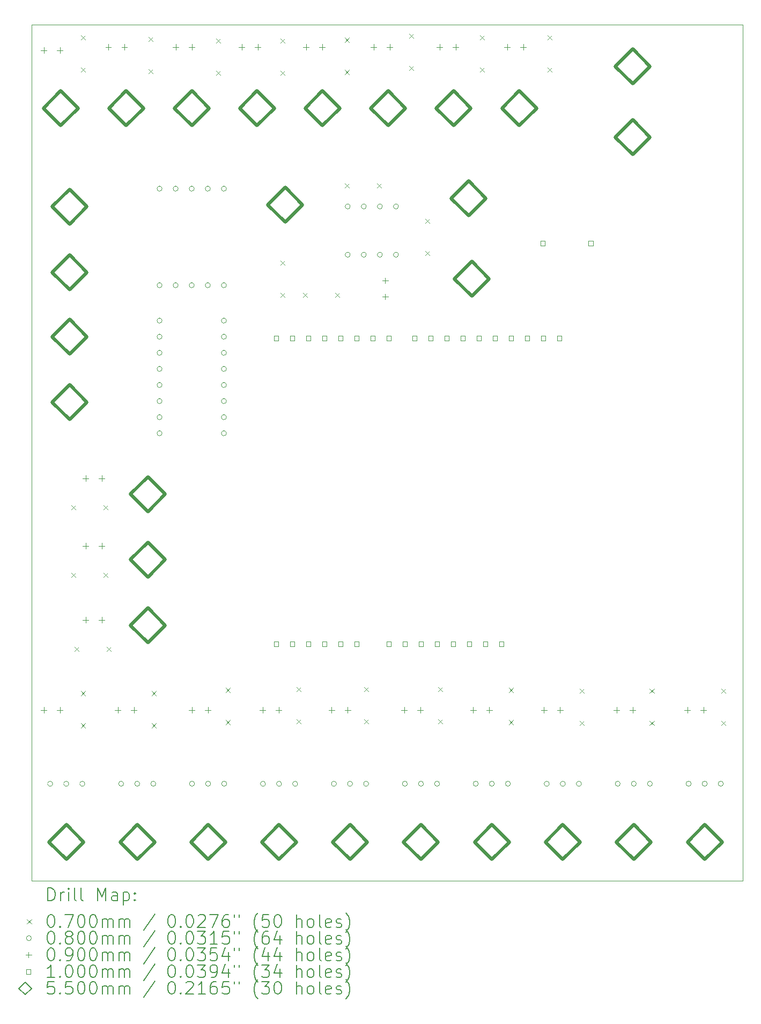
<source format=gbr>
%TF.GenerationSoftware,KiCad,Pcbnew,7.0.6*%
%TF.CreationDate,2023-07-11T14:03:09+05:30*%
%TF.ProjectId,trainer kit arduino proto,74726169-6e65-4722-906b-697420617264,rev?*%
%TF.SameCoordinates,Original*%
%TF.FileFunction,Drillmap*%
%TF.FilePolarity,Positive*%
%FSLAX45Y45*%
G04 Gerber Fmt 4.5, Leading zero omitted, Abs format (unit mm)*
G04 Created by KiCad (PCBNEW 7.0.6) date 2023-07-11 14:03:09*
%MOMM*%
%LPD*%
G01*
G04 APERTURE LIST*
%ADD10C,0.100000*%
%ADD11C,0.200000*%
%ADD12C,0.070000*%
%ADD13C,0.080000*%
%ADD14C,0.090000*%
%ADD15C,0.550000*%
G04 APERTURE END LIST*
D10*
X0Y0D02*
X11226800Y0D01*
X11226800Y-13512800D01*
X0Y-13512800D01*
X0Y0D01*
D11*
D12*
X625400Y-7585000D02*
X695400Y-7655000D01*
X695400Y-7585000D02*
X625400Y-7655000D01*
X625400Y-8651800D02*
X695400Y-8721800D01*
X695400Y-8651800D02*
X625400Y-8721800D01*
X676200Y-9820200D02*
X746200Y-9890200D01*
X746200Y-9820200D02*
X676200Y-9890200D01*
X777800Y-168200D02*
X847800Y-238200D01*
X847800Y-168200D02*
X777800Y-238200D01*
X777800Y-676200D02*
X847800Y-746200D01*
X847800Y-676200D02*
X777800Y-746200D01*
X777800Y-10521050D02*
X847800Y-10591050D01*
X847800Y-10521050D02*
X777800Y-10591050D01*
X777800Y-11029050D02*
X847800Y-11099050D01*
X847800Y-11029050D02*
X777800Y-11099050D01*
X1133400Y-7585000D02*
X1203400Y-7655000D01*
X1203400Y-7585000D02*
X1133400Y-7655000D01*
X1133400Y-8651800D02*
X1203400Y-8721800D01*
X1203400Y-8651800D02*
X1133400Y-8721800D01*
X1184200Y-9820200D02*
X1254200Y-9890200D01*
X1254200Y-9820200D02*
X1184200Y-9890200D01*
X1844600Y-198300D02*
X1914600Y-268300D01*
X1914600Y-198300D02*
X1844600Y-268300D01*
X1844600Y-706300D02*
X1914600Y-776300D01*
X1914600Y-706300D02*
X1844600Y-776300D01*
X1895400Y-10521050D02*
X1965400Y-10591050D01*
X1965400Y-10521050D02*
X1895400Y-10591050D01*
X1895400Y-11029050D02*
X1965400Y-11099050D01*
X1965400Y-11029050D02*
X1895400Y-11099050D01*
X2911400Y-219000D02*
X2981400Y-289000D01*
X2981400Y-219000D02*
X2911400Y-289000D01*
X2911400Y-727000D02*
X2981400Y-797000D01*
X2981400Y-727000D02*
X2911400Y-797000D01*
X3063800Y-10470250D02*
X3133800Y-10540250D01*
X3133800Y-10470250D02*
X3063800Y-10540250D01*
X3063800Y-10978250D02*
X3133800Y-11048250D01*
X3133800Y-10978250D02*
X3063800Y-11048250D01*
X3927400Y-219000D02*
X3997400Y-289000D01*
X3997400Y-219000D02*
X3927400Y-289000D01*
X3927400Y-727000D02*
X3997400Y-797000D01*
X3997400Y-727000D02*
X3927400Y-797000D01*
X3927400Y-3724200D02*
X3997400Y-3794200D01*
X3997400Y-3724200D02*
X3927400Y-3794200D01*
X3927400Y-4232200D02*
X3997400Y-4302200D01*
X3997400Y-4232200D02*
X3927400Y-4302200D01*
X4181400Y-10459900D02*
X4251400Y-10529900D01*
X4251400Y-10459900D02*
X4181400Y-10529900D01*
X4181400Y-10967900D02*
X4251400Y-11037900D01*
X4251400Y-10967900D02*
X4181400Y-11037900D01*
X4283000Y-4232200D02*
X4353000Y-4302200D01*
X4353000Y-4232200D02*
X4283000Y-4302200D01*
X4791000Y-4232200D02*
X4861000Y-4302200D01*
X4861000Y-4232200D02*
X4791000Y-4302200D01*
X4943400Y-208650D02*
X5013400Y-278650D01*
X5013400Y-208650D02*
X4943400Y-278650D01*
X4943400Y-716650D02*
X5013400Y-786650D01*
X5013400Y-716650D02*
X4943400Y-786650D01*
X4943400Y-2505000D02*
X5013400Y-2575000D01*
X5013400Y-2505000D02*
X4943400Y-2575000D01*
X5248200Y-10459900D02*
X5318200Y-10529900D01*
X5318200Y-10459900D02*
X5248200Y-10529900D01*
X5248200Y-10967900D02*
X5318200Y-11037900D01*
X5318200Y-10967900D02*
X5248200Y-11037900D01*
X5451400Y-2505000D02*
X5521400Y-2575000D01*
X5521400Y-2505000D02*
X5451400Y-2575000D01*
X5959400Y-147500D02*
X6029400Y-217500D01*
X6029400Y-147500D02*
X5959400Y-217500D01*
X5959400Y-655500D02*
X6029400Y-725500D01*
X6029400Y-655500D02*
X5959400Y-725500D01*
X6213400Y-3063800D02*
X6283400Y-3133800D01*
X6283400Y-3063800D02*
X6213400Y-3133800D01*
X6213400Y-3571800D02*
X6283400Y-3641800D01*
X6283400Y-3571800D02*
X6213400Y-3641800D01*
X6416600Y-10459900D02*
X6486600Y-10529900D01*
X6486600Y-10459900D02*
X6416600Y-10529900D01*
X6416600Y-10967900D02*
X6486600Y-11037900D01*
X6486600Y-10967900D02*
X6416600Y-11037900D01*
X7077000Y-168200D02*
X7147000Y-238200D01*
X7147000Y-168200D02*
X7077000Y-238200D01*
X7077000Y-676200D02*
X7147000Y-746200D01*
X7147000Y-676200D02*
X7077000Y-746200D01*
X7534200Y-10470250D02*
X7604200Y-10540250D01*
X7604200Y-10470250D02*
X7534200Y-10540250D01*
X7534200Y-10978250D02*
X7604200Y-11048250D01*
X7604200Y-10978250D02*
X7534200Y-11048250D01*
X8143800Y-168200D02*
X8213800Y-238200D01*
X8213800Y-168200D02*
X8143800Y-238200D01*
X8143800Y-676200D02*
X8213800Y-746200D01*
X8213800Y-676200D02*
X8143800Y-746200D01*
X8651800Y-10480600D02*
X8721800Y-10550600D01*
X8721800Y-10480600D02*
X8651800Y-10550600D01*
X8651800Y-10988600D02*
X8721800Y-11058600D01*
X8721800Y-10988600D02*
X8651800Y-11058600D01*
X9755000Y-10480600D02*
X9825000Y-10550600D01*
X9825000Y-10480600D02*
X9755000Y-10550600D01*
X9755000Y-10988600D02*
X9825000Y-11058600D01*
X9825000Y-10988600D02*
X9755000Y-11058600D01*
X10887000Y-10480600D02*
X10957000Y-10550600D01*
X10957000Y-10480600D02*
X10887000Y-10550600D01*
X10887000Y-10988600D02*
X10957000Y-11058600D01*
X10957000Y-10988600D02*
X10887000Y-11058600D01*
D13*
X330400Y-11984000D02*
G75*
G03*
X330400Y-11984000I-40000J0D01*
G01*
X584400Y-11984000D02*
G75*
G03*
X584400Y-11984000I-40000J0D01*
G01*
X838400Y-11984000D02*
G75*
G03*
X838400Y-11984000I-40000J0D01*
G01*
X1450400Y-11984000D02*
G75*
G03*
X1450400Y-11984000I-40000J0D01*
G01*
X1704400Y-11984000D02*
G75*
G03*
X1704400Y-11984000I-40000J0D01*
G01*
X1958400Y-11984000D02*
G75*
G03*
X1958400Y-11984000I-40000J0D01*
G01*
X2057600Y-2590800D02*
G75*
G03*
X2057600Y-2590800I-40000J0D01*
G01*
X2057600Y-4114800D02*
G75*
G03*
X2057600Y-4114800I-40000J0D01*
G01*
X2057600Y-4673600D02*
G75*
G03*
X2057600Y-4673600I-40000J0D01*
G01*
X2057600Y-4927600D02*
G75*
G03*
X2057600Y-4927600I-40000J0D01*
G01*
X2057600Y-5181600D02*
G75*
G03*
X2057600Y-5181600I-40000J0D01*
G01*
X2057600Y-5435600D02*
G75*
G03*
X2057600Y-5435600I-40000J0D01*
G01*
X2057600Y-5689600D02*
G75*
G03*
X2057600Y-5689600I-40000J0D01*
G01*
X2057600Y-5943600D02*
G75*
G03*
X2057600Y-5943600I-40000J0D01*
G01*
X2057600Y-6197600D02*
G75*
G03*
X2057600Y-6197600I-40000J0D01*
G01*
X2057600Y-6451600D02*
G75*
G03*
X2057600Y-6451600I-40000J0D01*
G01*
X2311600Y-2590800D02*
G75*
G03*
X2311600Y-2590800I-40000J0D01*
G01*
X2311600Y-4114800D02*
G75*
G03*
X2311600Y-4114800I-40000J0D01*
G01*
X2565600Y-2590800D02*
G75*
G03*
X2565600Y-2590800I-40000J0D01*
G01*
X2565600Y-4114800D02*
G75*
G03*
X2565600Y-4114800I-40000J0D01*
G01*
X2570400Y-11984000D02*
G75*
G03*
X2570400Y-11984000I-40000J0D01*
G01*
X2819600Y-2590800D02*
G75*
G03*
X2819600Y-2590800I-40000J0D01*
G01*
X2819600Y-4114800D02*
G75*
G03*
X2819600Y-4114800I-40000J0D01*
G01*
X2824400Y-11984000D02*
G75*
G03*
X2824400Y-11984000I-40000J0D01*
G01*
X3073600Y-2590800D02*
G75*
G03*
X3073600Y-2590800I-40000J0D01*
G01*
X3073600Y-4114800D02*
G75*
G03*
X3073600Y-4114800I-40000J0D01*
G01*
X3073600Y-4673600D02*
G75*
G03*
X3073600Y-4673600I-40000J0D01*
G01*
X3073600Y-4927600D02*
G75*
G03*
X3073600Y-4927600I-40000J0D01*
G01*
X3073600Y-5181600D02*
G75*
G03*
X3073600Y-5181600I-40000J0D01*
G01*
X3073600Y-5435600D02*
G75*
G03*
X3073600Y-5435600I-40000J0D01*
G01*
X3073600Y-5689600D02*
G75*
G03*
X3073600Y-5689600I-40000J0D01*
G01*
X3073600Y-5943600D02*
G75*
G03*
X3073600Y-5943600I-40000J0D01*
G01*
X3073600Y-6197600D02*
G75*
G03*
X3073600Y-6197600I-40000J0D01*
G01*
X3073600Y-6451600D02*
G75*
G03*
X3073600Y-6451600I-40000J0D01*
G01*
X3078400Y-11984000D02*
G75*
G03*
X3078400Y-11984000I-40000J0D01*
G01*
X3690400Y-11984000D02*
G75*
G03*
X3690400Y-11984000I-40000J0D01*
G01*
X3944400Y-11984000D02*
G75*
G03*
X3944400Y-11984000I-40000J0D01*
G01*
X4198400Y-11984000D02*
G75*
G03*
X4198400Y-11984000I-40000J0D01*
G01*
X4810400Y-11984000D02*
G75*
G03*
X4810400Y-11984000I-40000J0D01*
G01*
X5028400Y-2871200D02*
G75*
G03*
X5028400Y-2871200I-40000J0D01*
G01*
X5028400Y-3633200D02*
G75*
G03*
X5028400Y-3633200I-40000J0D01*
G01*
X5064400Y-11984000D02*
G75*
G03*
X5064400Y-11984000I-40000J0D01*
G01*
X5282400Y-2871200D02*
G75*
G03*
X5282400Y-2871200I-40000J0D01*
G01*
X5282400Y-3633200D02*
G75*
G03*
X5282400Y-3633200I-40000J0D01*
G01*
X5318400Y-11984000D02*
G75*
G03*
X5318400Y-11984000I-40000J0D01*
G01*
X5536400Y-2871200D02*
G75*
G03*
X5536400Y-2871200I-40000J0D01*
G01*
X5536400Y-3633200D02*
G75*
G03*
X5536400Y-3633200I-40000J0D01*
G01*
X5790400Y-2871200D02*
G75*
G03*
X5790400Y-2871200I-40000J0D01*
G01*
X5790400Y-3633200D02*
G75*
G03*
X5790400Y-3633200I-40000J0D01*
G01*
X5930400Y-11984000D02*
G75*
G03*
X5930400Y-11984000I-40000J0D01*
G01*
X6184400Y-11984000D02*
G75*
G03*
X6184400Y-11984000I-40000J0D01*
G01*
X6438400Y-11984000D02*
G75*
G03*
X6438400Y-11984000I-40000J0D01*
G01*
X7050400Y-11984000D02*
G75*
G03*
X7050400Y-11984000I-40000J0D01*
G01*
X7304400Y-11984000D02*
G75*
G03*
X7304400Y-11984000I-40000J0D01*
G01*
X7558400Y-11984000D02*
G75*
G03*
X7558400Y-11984000I-40000J0D01*
G01*
X8170400Y-11984000D02*
G75*
G03*
X8170400Y-11984000I-40000J0D01*
G01*
X8424400Y-11984000D02*
G75*
G03*
X8424400Y-11984000I-40000J0D01*
G01*
X8678400Y-11984000D02*
G75*
G03*
X8678400Y-11984000I-40000J0D01*
G01*
X9290400Y-11984000D02*
G75*
G03*
X9290400Y-11984000I-40000J0D01*
G01*
X9544400Y-11984000D02*
G75*
G03*
X9544400Y-11984000I-40000J0D01*
G01*
X9798400Y-11984000D02*
G75*
G03*
X9798400Y-11984000I-40000J0D01*
G01*
X10410400Y-11984000D02*
G75*
G03*
X10410400Y-11984000I-40000J0D01*
G01*
X10664400Y-11984000D02*
G75*
G03*
X10664400Y-11984000I-40000J0D01*
G01*
X10918400Y-11984000D02*
G75*
G03*
X10918400Y-11984000I-40000J0D01*
G01*
D14*
X188800Y-361400D02*
X188800Y-451400D01*
X143800Y-406400D02*
X233800Y-406400D01*
X188800Y-10775400D02*
X188800Y-10865400D01*
X143800Y-10820400D02*
X233800Y-10820400D01*
X442800Y-361400D02*
X442800Y-451400D01*
X397800Y-406400D02*
X487800Y-406400D01*
X442800Y-10775400D02*
X442800Y-10865400D01*
X397800Y-10820400D02*
X487800Y-10820400D01*
X849200Y-7117800D02*
X849200Y-7207800D01*
X804200Y-7162800D02*
X894200Y-7162800D01*
X849200Y-8184600D02*
X849200Y-8274600D01*
X804200Y-8229600D02*
X894200Y-8229600D01*
X849200Y-9353000D02*
X849200Y-9443000D01*
X804200Y-9398000D02*
X894200Y-9398000D01*
X1103200Y-7117800D02*
X1103200Y-7207800D01*
X1058200Y-7162800D02*
X1148200Y-7162800D01*
X1103200Y-8184600D02*
X1103200Y-8274600D01*
X1058200Y-8229600D02*
X1148200Y-8229600D01*
X1103200Y-9353000D02*
X1103200Y-9443000D01*
X1058200Y-9398000D02*
X1148200Y-9398000D01*
X1208600Y-310600D02*
X1208600Y-400600D01*
X1163600Y-355600D02*
X1253600Y-355600D01*
X1357200Y-10775400D02*
X1357200Y-10865400D01*
X1312200Y-10820400D02*
X1402200Y-10820400D01*
X1462600Y-310600D02*
X1462600Y-400600D01*
X1417600Y-355600D02*
X1507600Y-355600D01*
X1611200Y-10775400D02*
X1611200Y-10865400D01*
X1566200Y-10820400D02*
X1656200Y-10820400D01*
X2271600Y-310600D02*
X2271600Y-400600D01*
X2226600Y-355600D02*
X2316600Y-355600D01*
X2525600Y-310600D02*
X2525600Y-400600D01*
X2480600Y-355600D02*
X2570600Y-355600D01*
X2525600Y-10775400D02*
X2525600Y-10865400D01*
X2480600Y-10820400D02*
X2570600Y-10820400D01*
X2779600Y-10775400D02*
X2779600Y-10865400D01*
X2734600Y-10820400D02*
X2824600Y-10820400D01*
X3313500Y-310600D02*
X3313500Y-400600D01*
X3268500Y-355600D02*
X3358500Y-355600D01*
X3567500Y-310600D02*
X3567500Y-400600D01*
X3522500Y-355600D02*
X3612500Y-355600D01*
X3643200Y-10775400D02*
X3643200Y-10865400D01*
X3598200Y-10820400D02*
X3688200Y-10820400D01*
X3897200Y-10775400D02*
X3897200Y-10865400D01*
X3852200Y-10820400D02*
X3942200Y-10820400D01*
X4329500Y-310600D02*
X4329500Y-400600D01*
X4284500Y-355600D02*
X4374500Y-355600D01*
X4583500Y-310600D02*
X4583500Y-400600D01*
X4538500Y-355600D02*
X4628500Y-355600D01*
X4734900Y-10775400D02*
X4734900Y-10865400D01*
X4689900Y-10820400D02*
X4779900Y-10820400D01*
X4988900Y-10775400D02*
X4988900Y-10865400D01*
X4943900Y-10820400D02*
X5033900Y-10820400D01*
X5396300Y-310600D02*
X5396300Y-400600D01*
X5351300Y-355600D02*
X5441300Y-355600D01*
X5580400Y-3996200D02*
X5580400Y-4086200D01*
X5535400Y-4041200D02*
X5625400Y-4041200D01*
X5580400Y-4250200D02*
X5580400Y-4340200D01*
X5535400Y-4295200D02*
X5625400Y-4295200D01*
X5650300Y-310600D02*
X5650300Y-400600D01*
X5605300Y-355600D02*
X5695300Y-355600D01*
X5878400Y-10775400D02*
X5878400Y-10865400D01*
X5833400Y-10820400D02*
X5923400Y-10820400D01*
X6132400Y-10775400D02*
X6132400Y-10865400D01*
X6087400Y-10820400D02*
X6177400Y-10820400D01*
X6437200Y-310600D02*
X6437200Y-400600D01*
X6392200Y-355600D02*
X6482200Y-355600D01*
X6691200Y-310600D02*
X6691200Y-400600D01*
X6646200Y-355600D02*
X6736200Y-355600D01*
X6970100Y-10775400D02*
X6970100Y-10865400D01*
X6925100Y-10820400D02*
X7015100Y-10820400D01*
X7224100Y-10775400D02*
X7224100Y-10865400D01*
X7179100Y-10820400D02*
X7269100Y-10820400D01*
X7504000Y-310600D02*
X7504000Y-400600D01*
X7459000Y-355600D02*
X7549000Y-355600D01*
X7758000Y-310600D02*
X7758000Y-400600D01*
X7713000Y-355600D02*
X7803000Y-355600D01*
X8087700Y-10775400D02*
X8087700Y-10865400D01*
X8042700Y-10820400D02*
X8132700Y-10820400D01*
X8341700Y-10775400D02*
X8341700Y-10865400D01*
X8296700Y-10820400D02*
X8386700Y-10820400D01*
X9231200Y-10775400D02*
X9231200Y-10865400D01*
X9186200Y-10820400D02*
X9276200Y-10820400D01*
X9485200Y-10775400D02*
X9485200Y-10865400D01*
X9440200Y-10820400D02*
X9530200Y-10820400D01*
X10348800Y-10775400D02*
X10348800Y-10865400D01*
X10303800Y-10820400D02*
X10393800Y-10820400D01*
X10602800Y-10775400D02*
X10602800Y-10865400D01*
X10557800Y-10820400D02*
X10647800Y-10820400D01*
D10*
X3894456Y-4988356D02*
X3894456Y-4917644D01*
X3823744Y-4917644D01*
X3823744Y-4988356D01*
X3894456Y-4988356D01*
X3894456Y-9814356D02*
X3894456Y-9743644D01*
X3823744Y-9743644D01*
X3823744Y-9814356D01*
X3894456Y-9814356D01*
X4148456Y-4988356D02*
X4148456Y-4917644D01*
X4077744Y-4917644D01*
X4077744Y-4988356D01*
X4148456Y-4988356D01*
X4148456Y-9814356D02*
X4148456Y-9743644D01*
X4077744Y-9743644D01*
X4077744Y-9814356D01*
X4148456Y-9814356D01*
X4402456Y-4988356D02*
X4402456Y-4917644D01*
X4331744Y-4917644D01*
X4331744Y-4988356D01*
X4402456Y-4988356D01*
X4402456Y-9814356D02*
X4402456Y-9743644D01*
X4331744Y-9743644D01*
X4331744Y-9814356D01*
X4402456Y-9814356D01*
X4656456Y-4988356D02*
X4656456Y-4917644D01*
X4585744Y-4917644D01*
X4585744Y-4988356D01*
X4656456Y-4988356D01*
X4656456Y-9814356D02*
X4656456Y-9743644D01*
X4585744Y-9743644D01*
X4585744Y-9814356D01*
X4656456Y-9814356D01*
X4910456Y-4988356D02*
X4910456Y-4917644D01*
X4839744Y-4917644D01*
X4839744Y-4988356D01*
X4910456Y-4988356D01*
X4910456Y-9814356D02*
X4910456Y-9743644D01*
X4839744Y-9743644D01*
X4839744Y-9814356D01*
X4910456Y-9814356D01*
X5164456Y-4988356D02*
X5164456Y-4917644D01*
X5093744Y-4917644D01*
X5093744Y-4988356D01*
X5164456Y-4988356D01*
X5164456Y-9814356D02*
X5164456Y-9743644D01*
X5093744Y-9743644D01*
X5093744Y-9814356D01*
X5164456Y-9814356D01*
X5418456Y-4988356D02*
X5418456Y-4917644D01*
X5347744Y-4917644D01*
X5347744Y-4988356D01*
X5418456Y-4988356D01*
X5672456Y-4988356D02*
X5672456Y-4917644D01*
X5601744Y-4917644D01*
X5601744Y-4988356D01*
X5672456Y-4988356D01*
X5672456Y-9814356D02*
X5672456Y-9743644D01*
X5601744Y-9743644D01*
X5601744Y-9814356D01*
X5672456Y-9814356D01*
X5926456Y-9814356D02*
X5926456Y-9743644D01*
X5855744Y-9743644D01*
X5855744Y-9814356D01*
X5926456Y-9814356D01*
X6078456Y-4988356D02*
X6078456Y-4917644D01*
X6007744Y-4917644D01*
X6007744Y-4988356D01*
X6078456Y-4988356D01*
X6180456Y-9814356D02*
X6180456Y-9743644D01*
X6109744Y-9743644D01*
X6109744Y-9814356D01*
X6180456Y-9814356D01*
X6332456Y-4988356D02*
X6332456Y-4917644D01*
X6261744Y-4917644D01*
X6261744Y-4988356D01*
X6332456Y-4988356D01*
X6434456Y-9814356D02*
X6434456Y-9743644D01*
X6363744Y-9743644D01*
X6363744Y-9814356D01*
X6434456Y-9814356D01*
X6586456Y-4988356D02*
X6586456Y-4917644D01*
X6515744Y-4917644D01*
X6515744Y-4988356D01*
X6586456Y-4988356D01*
X6688456Y-9814356D02*
X6688456Y-9743644D01*
X6617744Y-9743644D01*
X6617744Y-9814356D01*
X6688456Y-9814356D01*
X6840456Y-4988356D02*
X6840456Y-4917644D01*
X6769744Y-4917644D01*
X6769744Y-4988356D01*
X6840456Y-4988356D01*
X6942456Y-9814356D02*
X6942456Y-9743644D01*
X6871744Y-9743644D01*
X6871744Y-9814356D01*
X6942456Y-9814356D01*
X7094456Y-4988356D02*
X7094456Y-4917644D01*
X7023744Y-4917644D01*
X7023744Y-4988356D01*
X7094456Y-4988356D01*
X7196456Y-9814356D02*
X7196456Y-9743644D01*
X7125744Y-9743644D01*
X7125744Y-9814356D01*
X7196456Y-9814356D01*
X7348456Y-4988356D02*
X7348456Y-4917644D01*
X7277744Y-4917644D01*
X7277744Y-4988356D01*
X7348456Y-4988356D01*
X7450456Y-9814356D02*
X7450456Y-9743644D01*
X7379744Y-9743644D01*
X7379744Y-9814356D01*
X7450456Y-9814356D01*
X7602456Y-4988356D02*
X7602456Y-4917644D01*
X7531744Y-4917644D01*
X7531744Y-4988356D01*
X7602456Y-4988356D01*
X7856456Y-4988356D02*
X7856456Y-4917644D01*
X7785744Y-4917644D01*
X7785744Y-4988356D01*
X7856456Y-4988356D01*
X8100156Y-3489756D02*
X8100156Y-3419044D01*
X8029444Y-3419044D01*
X8029444Y-3489756D01*
X8100156Y-3489756D01*
X8110456Y-4988356D02*
X8110456Y-4917644D01*
X8039744Y-4917644D01*
X8039744Y-4988356D01*
X8110456Y-4988356D01*
X8364456Y-4988356D02*
X8364456Y-4917644D01*
X8293744Y-4917644D01*
X8293744Y-4988356D01*
X8364456Y-4988356D01*
X8860156Y-3489756D02*
X8860156Y-3419044D01*
X8789444Y-3419044D01*
X8789444Y-3489756D01*
X8860156Y-3489756D01*
D15*
X457200Y-1595800D02*
X732200Y-1320800D01*
X457200Y-1045800D01*
X182200Y-1320800D01*
X457200Y-1595800D01*
X544400Y-13178200D02*
X819400Y-12903200D01*
X544400Y-12628200D01*
X269400Y-12903200D01*
X544400Y-13178200D01*
X595200Y-3151600D02*
X870200Y-2876600D01*
X595200Y-2601600D01*
X320200Y-2876600D01*
X595200Y-3151600D01*
X595200Y-4186600D02*
X870200Y-3911600D01*
X595200Y-3636600D01*
X320200Y-3911600D01*
X595200Y-4186600D01*
X595200Y-5202600D02*
X870200Y-4927600D01*
X595200Y-4652600D01*
X320200Y-4927600D01*
X595200Y-5202600D01*
X595200Y-6237600D02*
X870200Y-5962600D01*
X595200Y-5687600D01*
X320200Y-5962600D01*
X595200Y-6237600D01*
X1492200Y-1595800D02*
X1767200Y-1320800D01*
X1492200Y-1045800D01*
X1217200Y-1320800D01*
X1492200Y-1595800D01*
X1670200Y-13178200D02*
X1945200Y-12903200D01*
X1670200Y-12628200D01*
X1395200Y-12903200D01*
X1670200Y-13178200D01*
X1833500Y-7687700D02*
X2108500Y-7412700D01*
X1833500Y-7137700D01*
X1558500Y-7412700D01*
X1833500Y-7687700D01*
X1833500Y-8722700D02*
X2108500Y-8447700D01*
X1833500Y-8172700D01*
X1558500Y-8447700D01*
X1833500Y-8722700D01*
X1833500Y-9757700D02*
X2108500Y-9482700D01*
X1833500Y-9207700D01*
X1558500Y-9482700D01*
X1833500Y-9757700D01*
X2527200Y-1595800D02*
X2802200Y-1320800D01*
X2527200Y-1045800D01*
X2252200Y-1320800D01*
X2527200Y-1595800D01*
X2784400Y-13178200D02*
X3059400Y-12903200D01*
X2784400Y-12628200D01*
X2509400Y-12903200D01*
X2784400Y-13178200D01*
X3556000Y-1595800D02*
X3831000Y-1320800D01*
X3556000Y-1045800D01*
X3281000Y-1320800D01*
X3556000Y-1595800D01*
X3904400Y-13178200D02*
X4179400Y-12903200D01*
X3904400Y-12628200D01*
X3629400Y-12903200D01*
X3904400Y-13178200D01*
X3998800Y-3119800D02*
X4273800Y-2844800D01*
X3998800Y-2569800D01*
X3723800Y-2844800D01*
X3998800Y-3119800D01*
X4591000Y-1595800D02*
X4866000Y-1320800D01*
X4591000Y-1045800D01*
X4316000Y-1320800D01*
X4591000Y-1595800D01*
X5024400Y-13178200D02*
X5299400Y-12903200D01*
X5024400Y-12628200D01*
X4749400Y-12903200D01*
X5024400Y-13178200D01*
X5626000Y-1595800D02*
X5901000Y-1320800D01*
X5626000Y-1045800D01*
X5351000Y-1320800D01*
X5626000Y-1595800D01*
X6144400Y-13178200D02*
X6419400Y-12903200D01*
X6144400Y-12628200D01*
X5869400Y-12903200D01*
X6144400Y-13178200D01*
X6661000Y-1595800D02*
X6936000Y-1320800D01*
X6661000Y-1045800D01*
X6386000Y-1320800D01*
X6661000Y-1595800D01*
X6894400Y-3018200D02*
X7169400Y-2743200D01*
X6894400Y-2468200D01*
X6619400Y-2743200D01*
X6894400Y-3018200D01*
X6945200Y-4288200D02*
X7220200Y-4013200D01*
X6945200Y-3738200D01*
X6670200Y-4013200D01*
X6945200Y-4288200D01*
X7264400Y-13178200D02*
X7539400Y-12903200D01*
X7264400Y-12628200D01*
X6989400Y-12903200D01*
X7264400Y-13178200D01*
X7696000Y-1595800D02*
X7971000Y-1320800D01*
X7696000Y-1045800D01*
X7421000Y-1320800D01*
X7696000Y-1595800D01*
X8384400Y-13178200D02*
X8659400Y-12903200D01*
X8384400Y-12628200D01*
X8109400Y-12903200D01*
X8384400Y-13178200D01*
X9485200Y-935400D02*
X9760200Y-660400D01*
X9485200Y-385400D01*
X9210200Y-660400D01*
X9485200Y-935400D01*
X9485200Y-2053000D02*
X9760200Y-1778000D01*
X9485200Y-1503000D01*
X9210200Y-1778000D01*
X9485200Y-2053000D01*
X9504400Y-13178200D02*
X9779400Y-12903200D01*
X9504400Y-12628200D01*
X9229400Y-12903200D01*
X9504400Y-13178200D01*
X10624400Y-13178200D02*
X10899400Y-12903200D01*
X10624400Y-12628200D01*
X10349400Y-12903200D01*
X10624400Y-13178200D01*
D11*
X255777Y-13829284D02*
X255777Y-13629284D01*
X255777Y-13629284D02*
X303396Y-13629284D01*
X303396Y-13629284D02*
X331967Y-13638808D01*
X331967Y-13638808D02*
X351015Y-13657855D01*
X351015Y-13657855D02*
X360539Y-13676903D01*
X360539Y-13676903D02*
X370062Y-13714998D01*
X370062Y-13714998D02*
X370062Y-13743569D01*
X370062Y-13743569D02*
X360539Y-13781665D01*
X360539Y-13781665D02*
X351015Y-13800712D01*
X351015Y-13800712D02*
X331967Y-13819760D01*
X331967Y-13819760D02*
X303396Y-13829284D01*
X303396Y-13829284D02*
X255777Y-13829284D01*
X455777Y-13829284D02*
X455777Y-13695950D01*
X455777Y-13734046D02*
X465301Y-13714998D01*
X465301Y-13714998D02*
X474824Y-13705474D01*
X474824Y-13705474D02*
X493872Y-13695950D01*
X493872Y-13695950D02*
X512920Y-13695950D01*
X579586Y-13829284D02*
X579586Y-13695950D01*
X579586Y-13629284D02*
X570063Y-13638808D01*
X570063Y-13638808D02*
X579586Y-13648331D01*
X579586Y-13648331D02*
X589110Y-13638808D01*
X589110Y-13638808D02*
X579586Y-13629284D01*
X579586Y-13629284D02*
X579586Y-13648331D01*
X703396Y-13829284D02*
X684348Y-13819760D01*
X684348Y-13819760D02*
X674824Y-13800712D01*
X674824Y-13800712D02*
X674824Y-13629284D01*
X808158Y-13829284D02*
X789110Y-13819760D01*
X789110Y-13819760D02*
X779586Y-13800712D01*
X779586Y-13800712D02*
X779586Y-13629284D01*
X1036729Y-13829284D02*
X1036729Y-13629284D01*
X1036729Y-13629284D02*
X1103396Y-13772141D01*
X1103396Y-13772141D02*
X1170063Y-13629284D01*
X1170063Y-13629284D02*
X1170063Y-13829284D01*
X1351015Y-13829284D02*
X1351015Y-13724522D01*
X1351015Y-13724522D02*
X1341491Y-13705474D01*
X1341491Y-13705474D02*
X1322444Y-13695950D01*
X1322444Y-13695950D02*
X1284348Y-13695950D01*
X1284348Y-13695950D02*
X1265301Y-13705474D01*
X1351015Y-13819760D02*
X1331967Y-13829284D01*
X1331967Y-13829284D02*
X1284348Y-13829284D01*
X1284348Y-13829284D02*
X1265301Y-13819760D01*
X1265301Y-13819760D02*
X1255777Y-13800712D01*
X1255777Y-13800712D02*
X1255777Y-13781665D01*
X1255777Y-13781665D02*
X1265301Y-13762617D01*
X1265301Y-13762617D02*
X1284348Y-13753093D01*
X1284348Y-13753093D02*
X1331967Y-13753093D01*
X1331967Y-13753093D02*
X1351015Y-13743569D01*
X1446253Y-13695950D02*
X1446253Y-13895950D01*
X1446253Y-13705474D02*
X1465301Y-13695950D01*
X1465301Y-13695950D02*
X1503396Y-13695950D01*
X1503396Y-13695950D02*
X1522443Y-13705474D01*
X1522443Y-13705474D02*
X1531967Y-13714998D01*
X1531967Y-13714998D02*
X1541491Y-13734046D01*
X1541491Y-13734046D02*
X1541491Y-13791188D01*
X1541491Y-13791188D02*
X1531967Y-13810236D01*
X1531967Y-13810236D02*
X1522443Y-13819760D01*
X1522443Y-13819760D02*
X1503396Y-13829284D01*
X1503396Y-13829284D02*
X1465301Y-13829284D01*
X1465301Y-13829284D02*
X1446253Y-13819760D01*
X1627205Y-13810236D02*
X1636729Y-13819760D01*
X1636729Y-13819760D02*
X1627205Y-13829284D01*
X1627205Y-13829284D02*
X1617682Y-13819760D01*
X1617682Y-13819760D02*
X1627205Y-13810236D01*
X1627205Y-13810236D02*
X1627205Y-13829284D01*
X1627205Y-13705474D02*
X1636729Y-13714998D01*
X1636729Y-13714998D02*
X1627205Y-13724522D01*
X1627205Y-13724522D02*
X1617682Y-13714998D01*
X1617682Y-13714998D02*
X1627205Y-13705474D01*
X1627205Y-13705474D02*
X1627205Y-13724522D01*
D12*
X-75000Y-14122800D02*
X-5000Y-14192800D01*
X-5000Y-14122800D02*
X-75000Y-14192800D01*
D11*
X293872Y-14049284D02*
X312920Y-14049284D01*
X312920Y-14049284D02*
X331967Y-14058808D01*
X331967Y-14058808D02*
X341491Y-14068331D01*
X341491Y-14068331D02*
X351015Y-14087379D01*
X351015Y-14087379D02*
X360539Y-14125474D01*
X360539Y-14125474D02*
X360539Y-14173093D01*
X360539Y-14173093D02*
X351015Y-14211188D01*
X351015Y-14211188D02*
X341491Y-14230236D01*
X341491Y-14230236D02*
X331967Y-14239760D01*
X331967Y-14239760D02*
X312920Y-14249284D01*
X312920Y-14249284D02*
X293872Y-14249284D01*
X293872Y-14249284D02*
X274824Y-14239760D01*
X274824Y-14239760D02*
X265301Y-14230236D01*
X265301Y-14230236D02*
X255777Y-14211188D01*
X255777Y-14211188D02*
X246253Y-14173093D01*
X246253Y-14173093D02*
X246253Y-14125474D01*
X246253Y-14125474D02*
X255777Y-14087379D01*
X255777Y-14087379D02*
X265301Y-14068331D01*
X265301Y-14068331D02*
X274824Y-14058808D01*
X274824Y-14058808D02*
X293872Y-14049284D01*
X446253Y-14230236D02*
X455777Y-14239760D01*
X455777Y-14239760D02*
X446253Y-14249284D01*
X446253Y-14249284D02*
X436729Y-14239760D01*
X436729Y-14239760D02*
X446253Y-14230236D01*
X446253Y-14230236D02*
X446253Y-14249284D01*
X522443Y-14049284D02*
X655777Y-14049284D01*
X655777Y-14049284D02*
X570063Y-14249284D01*
X770062Y-14049284D02*
X789110Y-14049284D01*
X789110Y-14049284D02*
X808158Y-14058808D01*
X808158Y-14058808D02*
X817682Y-14068331D01*
X817682Y-14068331D02*
X827205Y-14087379D01*
X827205Y-14087379D02*
X836729Y-14125474D01*
X836729Y-14125474D02*
X836729Y-14173093D01*
X836729Y-14173093D02*
X827205Y-14211188D01*
X827205Y-14211188D02*
X817682Y-14230236D01*
X817682Y-14230236D02*
X808158Y-14239760D01*
X808158Y-14239760D02*
X789110Y-14249284D01*
X789110Y-14249284D02*
X770062Y-14249284D01*
X770062Y-14249284D02*
X751015Y-14239760D01*
X751015Y-14239760D02*
X741491Y-14230236D01*
X741491Y-14230236D02*
X731967Y-14211188D01*
X731967Y-14211188D02*
X722443Y-14173093D01*
X722443Y-14173093D02*
X722443Y-14125474D01*
X722443Y-14125474D02*
X731967Y-14087379D01*
X731967Y-14087379D02*
X741491Y-14068331D01*
X741491Y-14068331D02*
X751015Y-14058808D01*
X751015Y-14058808D02*
X770062Y-14049284D01*
X960539Y-14049284D02*
X979586Y-14049284D01*
X979586Y-14049284D02*
X998634Y-14058808D01*
X998634Y-14058808D02*
X1008158Y-14068331D01*
X1008158Y-14068331D02*
X1017682Y-14087379D01*
X1017682Y-14087379D02*
X1027205Y-14125474D01*
X1027205Y-14125474D02*
X1027205Y-14173093D01*
X1027205Y-14173093D02*
X1017682Y-14211188D01*
X1017682Y-14211188D02*
X1008158Y-14230236D01*
X1008158Y-14230236D02*
X998634Y-14239760D01*
X998634Y-14239760D02*
X979586Y-14249284D01*
X979586Y-14249284D02*
X960539Y-14249284D01*
X960539Y-14249284D02*
X941491Y-14239760D01*
X941491Y-14239760D02*
X931967Y-14230236D01*
X931967Y-14230236D02*
X922443Y-14211188D01*
X922443Y-14211188D02*
X912920Y-14173093D01*
X912920Y-14173093D02*
X912920Y-14125474D01*
X912920Y-14125474D02*
X922443Y-14087379D01*
X922443Y-14087379D02*
X931967Y-14068331D01*
X931967Y-14068331D02*
X941491Y-14058808D01*
X941491Y-14058808D02*
X960539Y-14049284D01*
X1112920Y-14249284D02*
X1112920Y-14115950D01*
X1112920Y-14134998D02*
X1122444Y-14125474D01*
X1122444Y-14125474D02*
X1141491Y-14115950D01*
X1141491Y-14115950D02*
X1170063Y-14115950D01*
X1170063Y-14115950D02*
X1189110Y-14125474D01*
X1189110Y-14125474D02*
X1198634Y-14144522D01*
X1198634Y-14144522D02*
X1198634Y-14249284D01*
X1198634Y-14144522D02*
X1208158Y-14125474D01*
X1208158Y-14125474D02*
X1227205Y-14115950D01*
X1227205Y-14115950D02*
X1255777Y-14115950D01*
X1255777Y-14115950D02*
X1274825Y-14125474D01*
X1274825Y-14125474D02*
X1284348Y-14144522D01*
X1284348Y-14144522D02*
X1284348Y-14249284D01*
X1379586Y-14249284D02*
X1379586Y-14115950D01*
X1379586Y-14134998D02*
X1389110Y-14125474D01*
X1389110Y-14125474D02*
X1408158Y-14115950D01*
X1408158Y-14115950D02*
X1436729Y-14115950D01*
X1436729Y-14115950D02*
X1455777Y-14125474D01*
X1455777Y-14125474D02*
X1465301Y-14144522D01*
X1465301Y-14144522D02*
X1465301Y-14249284D01*
X1465301Y-14144522D02*
X1474824Y-14125474D01*
X1474824Y-14125474D02*
X1493872Y-14115950D01*
X1493872Y-14115950D02*
X1522443Y-14115950D01*
X1522443Y-14115950D02*
X1541491Y-14125474D01*
X1541491Y-14125474D02*
X1551015Y-14144522D01*
X1551015Y-14144522D02*
X1551015Y-14249284D01*
X1941491Y-14039760D02*
X1770063Y-14296903D01*
X2198634Y-14049284D02*
X2217682Y-14049284D01*
X2217682Y-14049284D02*
X2236729Y-14058808D01*
X2236729Y-14058808D02*
X2246253Y-14068331D01*
X2246253Y-14068331D02*
X2255777Y-14087379D01*
X2255777Y-14087379D02*
X2265301Y-14125474D01*
X2265301Y-14125474D02*
X2265301Y-14173093D01*
X2265301Y-14173093D02*
X2255777Y-14211188D01*
X2255777Y-14211188D02*
X2246253Y-14230236D01*
X2246253Y-14230236D02*
X2236729Y-14239760D01*
X2236729Y-14239760D02*
X2217682Y-14249284D01*
X2217682Y-14249284D02*
X2198634Y-14249284D01*
X2198634Y-14249284D02*
X2179587Y-14239760D01*
X2179587Y-14239760D02*
X2170063Y-14230236D01*
X2170063Y-14230236D02*
X2160539Y-14211188D01*
X2160539Y-14211188D02*
X2151015Y-14173093D01*
X2151015Y-14173093D02*
X2151015Y-14125474D01*
X2151015Y-14125474D02*
X2160539Y-14087379D01*
X2160539Y-14087379D02*
X2170063Y-14068331D01*
X2170063Y-14068331D02*
X2179587Y-14058808D01*
X2179587Y-14058808D02*
X2198634Y-14049284D01*
X2351015Y-14230236D02*
X2360539Y-14239760D01*
X2360539Y-14239760D02*
X2351015Y-14249284D01*
X2351015Y-14249284D02*
X2341491Y-14239760D01*
X2341491Y-14239760D02*
X2351015Y-14230236D01*
X2351015Y-14230236D02*
X2351015Y-14249284D01*
X2484348Y-14049284D02*
X2503396Y-14049284D01*
X2503396Y-14049284D02*
X2522444Y-14058808D01*
X2522444Y-14058808D02*
X2531968Y-14068331D01*
X2531968Y-14068331D02*
X2541491Y-14087379D01*
X2541491Y-14087379D02*
X2551015Y-14125474D01*
X2551015Y-14125474D02*
X2551015Y-14173093D01*
X2551015Y-14173093D02*
X2541491Y-14211188D01*
X2541491Y-14211188D02*
X2531968Y-14230236D01*
X2531968Y-14230236D02*
X2522444Y-14239760D01*
X2522444Y-14239760D02*
X2503396Y-14249284D01*
X2503396Y-14249284D02*
X2484348Y-14249284D01*
X2484348Y-14249284D02*
X2465301Y-14239760D01*
X2465301Y-14239760D02*
X2455777Y-14230236D01*
X2455777Y-14230236D02*
X2446253Y-14211188D01*
X2446253Y-14211188D02*
X2436729Y-14173093D01*
X2436729Y-14173093D02*
X2436729Y-14125474D01*
X2436729Y-14125474D02*
X2446253Y-14087379D01*
X2446253Y-14087379D02*
X2455777Y-14068331D01*
X2455777Y-14068331D02*
X2465301Y-14058808D01*
X2465301Y-14058808D02*
X2484348Y-14049284D01*
X2627206Y-14068331D02*
X2636729Y-14058808D01*
X2636729Y-14058808D02*
X2655777Y-14049284D01*
X2655777Y-14049284D02*
X2703396Y-14049284D01*
X2703396Y-14049284D02*
X2722444Y-14058808D01*
X2722444Y-14058808D02*
X2731968Y-14068331D01*
X2731968Y-14068331D02*
X2741491Y-14087379D01*
X2741491Y-14087379D02*
X2741491Y-14106427D01*
X2741491Y-14106427D02*
X2731968Y-14134998D01*
X2731968Y-14134998D02*
X2617682Y-14249284D01*
X2617682Y-14249284D02*
X2741491Y-14249284D01*
X2808158Y-14049284D02*
X2941491Y-14049284D01*
X2941491Y-14049284D02*
X2855777Y-14249284D01*
X3103396Y-14049284D02*
X3065301Y-14049284D01*
X3065301Y-14049284D02*
X3046253Y-14058808D01*
X3046253Y-14058808D02*
X3036729Y-14068331D01*
X3036729Y-14068331D02*
X3017682Y-14096903D01*
X3017682Y-14096903D02*
X3008158Y-14134998D01*
X3008158Y-14134998D02*
X3008158Y-14211188D01*
X3008158Y-14211188D02*
X3017682Y-14230236D01*
X3017682Y-14230236D02*
X3027206Y-14239760D01*
X3027206Y-14239760D02*
X3046253Y-14249284D01*
X3046253Y-14249284D02*
X3084348Y-14249284D01*
X3084348Y-14249284D02*
X3103396Y-14239760D01*
X3103396Y-14239760D02*
X3112920Y-14230236D01*
X3112920Y-14230236D02*
X3122444Y-14211188D01*
X3122444Y-14211188D02*
X3122444Y-14163569D01*
X3122444Y-14163569D02*
X3112920Y-14144522D01*
X3112920Y-14144522D02*
X3103396Y-14134998D01*
X3103396Y-14134998D02*
X3084348Y-14125474D01*
X3084348Y-14125474D02*
X3046253Y-14125474D01*
X3046253Y-14125474D02*
X3027206Y-14134998D01*
X3027206Y-14134998D02*
X3017682Y-14144522D01*
X3017682Y-14144522D02*
X3008158Y-14163569D01*
X3198634Y-14049284D02*
X3198634Y-14087379D01*
X3274825Y-14049284D02*
X3274825Y-14087379D01*
X3570063Y-14325474D02*
X3560539Y-14315950D01*
X3560539Y-14315950D02*
X3541491Y-14287379D01*
X3541491Y-14287379D02*
X3531968Y-14268331D01*
X3531968Y-14268331D02*
X3522444Y-14239760D01*
X3522444Y-14239760D02*
X3512920Y-14192141D01*
X3512920Y-14192141D02*
X3512920Y-14154046D01*
X3512920Y-14154046D02*
X3522444Y-14106427D01*
X3522444Y-14106427D02*
X3531968Y-14077855D01*
X3531968Y-14077855D02*
X3541491Y-14058808D01*
X3541491Y-14058808D02*
X3560539Y-14030236D01*
X3560539Y-14030236D02*
X3570063Y-14020712D01*
X3741491Y-14049284D02*
X3646253Y-14049284D01*
X3646253Y-14049284D02*
X3636729Y-14144522D01*
X3636729Y-14144522D02*
X3646253Y-14134998D01*
X3646253Y-14134998D02*
X3665301Y-14125474D01*
X3665301Y-14125474D02*
X3712920Y-14125474D01*
X3712920Y-14125474D02*
X3731968Y-14134998D01*
X3731968Y-14134998D02*
X3741491Y-14144522D01*
X3741491Y-14144522D02*
X3751015Y-14163569D01*
X3751015Y-14163569D02*
X3751015Y-14211188D01*
X3751015Y-14211188D02*
X3741491Y-14230236D01*
X3741491Y-14230236D02*
X3731968Y-14239760D01*
X3731968Y-14239760D02*
X3712920Y-14249284D01*
X3712920Y-14249284D02*
X3665301Y-14249284D01*
X3665301Y-14249284D02*
X3646253Y-14239760D01*
X3646253Y-14239760D02*
X3636729Y-14230236D01*
X3874825Y-14049284D02*
X3893872Y-14049284D01*
X3893872Y-14049284D02*
X3912920Y-14058808D01*
X3912920Y-14058808D02*
X3922444Y-14068331D01*
X3922444Y-14068331D02*
X3931968Y-14087379D01*
X3931968Y-14087379D02*
X3941491Y-14125474D01*
X3941491Y-14125474D02*
X3941491Y-14173093D01*
X3941491Y-14173093D02*
X3931968Y-14211188D01*
X3931968Y-14211188D02*
X3922444Y-14230236D01*
X3922444Y-14230236D02*
X3912920Y-14239760D01*
X3912920Y-14239760D02*
X3893872Y-14249284D01*
X3893872Y-14249284D02*
X3874825Y-14249284D01*
X3874825Y-14249284D02*
X3855777Y-14239760D01*
X3855777Y-14239760D02*
X3846253Y-14230236D01*
X3846253Y-14230236D02*
X3836729Y-14211188D01*
X3836729Y-14211188D02*
X3827206Y-14173093D01*
X3827206Y-14173093D02*
X3827206Y-14125474D01*
X3827206Y-14125474D02*
X3836729Y-14087379D01*
X3836729Y-14087379D02*
X3846253Y-14068331D01*
X3846253Y-14068331D02*
X3855777Y-14058808D01*
X3855777Y-14058808D02*
X3874825Y-14049284D01*
X4179587Y-14249284D02*
X4179587Y-14049284D01*
X4265301Y-14249284D02*
X4265301Y-14144522D01*
X4265301Y-14144522D02*
X4255777Y-14125474D01*
X4255777Y-14125474D02*
X4236730Y-14115950D01*
X4236730Y-14115950D02*
X4208158Y-14115950D01*
X4208158Y-14115950D02*
X4189110Y-14125474D01*
X4189110Y-14125474D02*
X4179587Y-14134998D01*
X4389111Y-14249284D02*
X4370063Y-14239760D01*
X4370063Y-14239760D02*
X4360539Y-14230236D01*
X4360539Y-14230236D02*
X4351015Y-14211188D01*
X4351015Y-14211188D02*
X4351015Y-14154046D01*
X4351015Y-14154046D02*
X4360539Y-14134998D01*
X4360539Y-14134998D02*
X4370063Y-14125474D01*
X4370063Y-14125474D02*
X4389111Y-14115950D01*
X4389111Y-14115950D02*
X4417682Y-14115950D01*
X4417682Y-14115950D02*
X4436730Y-14125474D01*
X4436730Y-14125474D02*
X4446253Y-14134998D01*
X4446253Y-14134998D02*
X4455777Y-14154046D01*
X4455777Y-14154046D02*
X4455777Y-14211188D01*
X4455777Y-14211188D02*
X4446253Y-14230236D01*
X4446253Y-14230236D02*
X4436730Y-14239760D01*
X4436730Y-14239760D02*
X4417682Y-14249284D01*
X4417682Y-14249284D02*
X4389111Y-14249284D01*
X4570063Y-14249284D02*
X4551015Y-14239760D01*
X4551015Y-14239760D02*
X4541492Y-14220712D01*
X4541492Y-14220712D02*
X4541492Y-14049284D01*
X4722444Y-14239760D02*
X4703396Y-14249284D01*
X4703396Y-14249284D02*
X4665301Y-14249284D01*
X4665301Y-14249284D02*
X4646253Y-14239760D01*
X4646253Y-14239760D02*
X4636730Y-14220712D01*
X4636730Y-14220712D02*
X4636730Y-14144522D01*
X4636730Y-14144522D02*
X4646253Y-14125474D01*
X4646253Y-14125474D02*
X4665301Y-14115950D01*
X4665301Y-14115950D02*
X4703396Y-14115950D01*
X4703396Y-14115950D02*
X4722444Y-14125474D01*
X4722444Y-14125474D02*
X4731968Y-14144522D01*
X4731968Y-14144522D02*
X4731968Y-14163569D01*
X4731968Y-14163569D02*
X4636730Y-14182617D01*
X4808158Y-14239760D02*
X4827206Y-14249284D01*
X4827206Y-14249284D02*
X4865301Y-14249284D01*
X4865301Y-14249284D02*
X4884349Y-14239760D01*
X4884349Y-14239760D02*
X4893873Y-14220712D01*
X4893873Y-14220712D02*
X4893873Y-14211188D01*
X4893873Y-14211188D02*
X4884349Y-14192141D01*
X4884349Y-14192141D02*
X4865301Y-14182617D01*
X4865301Y-14182617D02*
X4836730Y-14182617D01*
X4836730Y-14182617D02*
X4817682Y-14173093D01*
X4817682Y-14173093D02*
X4808158Y-14154046D01*
X4808158Y-14154046D02*
X4808158Y-14144522D01*
X4808158Y-14144522D02*
X4817682Y-14125474D01*
X4817682Y-14125474D02*
X4836730Y-14115950D01*
X4836730Y-14115950D02*
X4865301Y-14115950D01*
X4865301Y-14115950D02*
X4884349Y-14125474D01*
X4960539Y-14325474D02*
X4970063Y-14315950D01*
X4970063Y-14315950D02*
X4989111Y-14287379D01*
X4989111Y-14287379D02*
X4998634Y-14268331D01*
X4998634Y-14268331D02*
X5008158Y-14239760D01*
X5008158Y-14239760D02*
X5017682Y-14192141D01*
X5017682Y-14192141D02*
X5017682Y-14154046D01*
X5017682Y-14154046D02*
X5008158Y-14106427D01*
X5008158Y-14106427D02*
X4998634Y-14077855D01*
X4998634Y-14077855D02*
X4989111Y-14058808D01*
X4989111Y-14058808D02*
X4970063Y-14030236D01*
X4970063Y-14030236D02*
X4960539Y-14020712D01*
D13*
X-5000Y-14421800D02*
G75*
G03*
X-5000Y-14421800I-40000J0D01*
G01*
D11*
X293872Y-14313284D02*
X312920Y-14313284D01*
X312920Y-14313284D02*
X331967Y-14322808D01*
X331967Y-14322808D02*
X341491Y-14332331D01*
X341491Y-14332331D02*
X351015Y-14351379D01*
X351015Y-14351379D02*
X360539Y-14389474D01*
X360539Y-14389474D02*
X360539Y-14437093D01*
X360539Y-14437093D02*
X351015Y-14475188D01*
X351015Y-14475188D02*
X341491Y-14494236D01*
X341491Y-14494236D02*
X331967Y-14503760D01*
X331967Y-14503760D02*
X312920Y-14513284D01*
X312920Y-14513284D02*
X293872Y-14513284D01*
X293872Y-14513284D02*
X274824Y-14503760D01*
X274824Y-14503760D02*
X265301Y-14494236D01*
X265301Y-14494236D02*
X255777Y-14475188D01*
X255777Y-14475188D02*
X246253Y-14437093D01*
X246253Y-14437093D02*
X246253Y-14389474D01*
X246253Y-14389474D02*
X255777Y-14351379D01*
X255777Y-14351379D02*
X265301Y-14332331D01*
X265301Y-14332331D02*
X274824Y-14322808D01*
X274824Y-14322808D02*
X293872Y-14313284D01*
X446253Y-14494236D02*
X455777Y-14503760D01*
X455777Y-14503760D02*
X446253Y-14513284D01*
X446253Y-14513284D02*
X436729Y-14503760D01*
X436729Y-14503760D02*
X446253Y-14494236D01*
X446253Y-14494236D02*
X446253Y-14513284D01*
X570063Y-14398998D02*
X551015Y-14389474D01*
X551015Y-14389474D02*
X541491Y-14379950D01*
X541491Y-14379950D02*
X531967Y-14360903D01*
X531967Y-14360903D02*
X531967Y-14351379D01*
X531967Y-14351379D02*
X541491Y-14332331D01*
X541491Y-14332331D02*
X551015Y-14322808D01*
X551015Y-14322808D02*
X570063Y-14313284D01*
X570063Y-14313284D02*
X608158Y-14313284D01*
X608158Y-14313284D02*
X627205Y-14322808D01*
X627205Y-14322808D02*
X636729Y-14332331D01*
X636729Y-14332331D02*
X646253Y-14351379D01*
X646253Y-14351379D02*
X646253Y-14360903D01*
X646253Y-14360903D02*
X636729Y-14379950D01*
X636729Y-14379950D02*
X627205Y-14389474D01*
X627205Y-14389474D02*
X608158Y-14398998D01*
X608158Y-14398998D02*
X570063Y-14398998D01*
X570063Y-14398998D02*
X551015Y-14408522D01*
X551015Y-14408522D02*
X541491Y-14418046D01*
X541491Y-14418046D02*
X531967Y-14437093D01*
X531967Y-14437093D02*
X531967Y-14475188D01*
X531967Y-14475188D02*
X541491Y-14494236D01*
X541491Y-14494236D02*
X551015Y-14503760D01*
X551015Y-14503760D02*
X570063Y-14513284D01*
X570063Y-14513284D02*
X608158Y-14513284D01*
X608158Y-14513284D02*
X627205Y-14503760D01*
X627205Y-14503760D02*
X636729Y-14494236D01*
X636729Y-14494236D02*
X646253Y-14475188D01*
X646253Y-14475188D02*
X646253Y-14437093D01*
X646253Y-14437093D02*
X636729Y-14418046D01*
X636729Y-14418046D02*
X627205Y-14408522D01*
X627205Y-14408522D02*
X608158Y-14398998D01*
X770062Y-14313284D02*
X789110Y-14313284D01*
X789110Y-14313284D02*
X808158Y-14322808D01*
X808158Y-14322808D02*
X817682Y-14332331D01*
X817682Y-14332331D02*
X827205Y-14351379D01*
X827205Y-14351379D02*
X836729Y-14389474D01*
X836729Y-14389474D02*
X836729Y-14437093D01*
X836729Y-14437093D02*
X827205Y-14475188D01*
X827205Y-14475188D02*
X817682Y-14494236D01*
X817682Y-14494236D02*
X808158Y-14503760D01*
X808158Y-14503760D02*
X789110Y-14513284D01*
X789110Y-14513284D02*
X770062Y-14513284D01*
X770062Y-14513284D02*
X751015Y-14503760D01*
X751015Y-14503760D02*
X741491Y-14494236D01*
X741491Y-14494236D02*
X731967Y-14475188D01*
X731967Y-14475188D02*
X722443Y-14437093D01*
X722443Y-14437093D02*
X722443Y-14389474D01*
X722443Y-14389474D02*
X731967Y-14351379D01*
X731967Y-14351379D02*
X741491Y-14332331D01*
X741491Y-14332331D02*
X751015Y-14322808D01*
X751015Y-14322808D02*
X770062Y-14313284D01*
X960539Y-14313284D02*
X979586Y-14313284D01*
X979586Y-14313284D02*
X998634Y-14322808D01*
X998634Y-14322808D02*
X1008158Y-14332331D01*
X1008158Y-14332331D02*
X1017682Y-14351379D01*
X1017682Y-14351379D02*
X1027205Y-14389474D01*
X1027205Y-14389474D02*
X1027205Y-14437093D01*
X1027205Y-14437093D02*
X1017682Y-14475188D01*
X1017682Y-14475188D02*
X1008158Y-14494236D01*
X1008158Y-14494236D02*
X998634Y-14503760D01*
X998634Y-14503760D02*
X979586Y-14513284D01*
X979586Y-14513284D02*
X960539Y-14513284D01*
X960539Y-14513284D02*
X941491Y-14503760D01*
X941491Y-14503760D02*
X931967Y-14494236D01*
X931967Y-14494236D02*
X922443Y-14475188D01*
X922443Y-14475188D02*
X912920Y-14437093D01*
X912920Y-14437093D02*
X912920Y-14389474D01*
X912920Y-14389474D02*
X922443Y-14351379D01*
X922443Y-14351379D02*
X931967Y-14332331D01*
X931967Y-14332331D02*
X941491Y-14322808D01*
X941491Y-14322808D02*
X960539Y-14313284D01*
X1112920Y-14513284D02*
X1112920Y-14379950D01*
X1112920Y-14398998D02*
X1122444Y-14389474D01*
X1122444Y-14389474D02*
X1141491Y-14379950D01*
X1141491Y-14379950D02*
X1170063Y-14379950D01*
X1170063Y-14379950D02*
X1189110Y-14389474D01*
X1189110Y-14389474D02*
X1198634Y-14408522D01*
X1198634Y-14408522D02*
X1198634Y-14513284D01*
X1198634Y-14408522D02*
X1208158Y-14389474D01*
X1208158Y-14389474D02*
X1227205Y-14379950D01*
X1227205Y-14379950D02*
X1255777Y-14379950D01*
X1255777Y-14379950D02*
X1274825Y-14389474D01*
X1274825Y-14389474D02*
X1284348Y-14408522D01*
X1284348Y-14408522D02*
X1284348Y-14513284D01*
X1379586Y-14513284D02*
X1379586Y-14379950D01*
X1379586Y-14398998D02*
X1389110Y-14389474D01*
X1389110Y-14389474D02*
X1408158Y-14379950D01*
X1408158Y-14379950D02*
X1436729Y-14379950D01*
X1436729Y-14379950D02*
X1455777Y-14389474D01*
X1455777Y-14389474D02*
X1465301Y-14408522D01*
X1465301Y-14408522D02*
X1465301Y-14513284D01*
X1465301Y-14408522D02*
X1474824Y-14389474D01*
X1474824Y-14389474D02*
X1493872Y-14379950D01*
X1493872Y-14379950D02*
X1522443Y-14379950D01*
X1522443Y-14379950D02*
X1541491Y-14389474D01*
X1541491Y-14389474D02*
X1551015Y-14408522D01*
X1551015Y-14408522D02*
X1551015Y-14513284D01*
X1941491Y-14303760D02*
X1770063Y-14560903D01*
X2198634Y-14313284D02*
X2217682Y-14313284D01*
X2217682Y-14313284D02*
X2236729Y-14322808D01*
X2236729Y-14322808D02*
X2246253Y-14332331D01*
X2246253Y-14332331D02*
X2255777Y-14351379D01*
X2255777Y-14351379D02*
X2265301Y-14389474D01*
X2265301Y-14389474D02*
X2265301Y-14437093D01*
X2265301Y-14437093D02*
X2255777Y-14475188D01*
X2255777Y-14475188D02*
X2246253Y-14494236D01*
X2246253Y-14494236D02*
X2236729Y-14503760D01*
X2236729Y-14503760D02*
X2217682Y-14513284D01*
X2217682Y-14513284D02*
X2198634Y-14513284D01*
X2198634Y-14513284D02*
X2179587Y-14503760D01*
X2179587Y-14503760D02*
X2170063Y-14494236D01*
X2170063Y-14494236D02*
X2160539Y-14475188D01*
X2160539Y-14475188D02*
X2151015Y-14437093D01*
X2151015Y-14437093D02*
X2151015Y-14389474D01*
X2151015Y-14389474D02*
X2160539Y-14351379D01*
X2160539Y-14351379D02*
X2170063Y-14332331D01*
X2170063Y-14332331D02*
X2179587Y-14322808D01*
X2179587Y-14322808D02*
X2198634Y-14313284D01*
X2351015Y-14494236D02*
X2360539Y-14503760D01*
X2360539Y-14503760D02*
X2351015Y-14513284D01*
X2351015Y-14513284D02*
X2341491Y-14503760D01*
X2341491Y-14503760D02*
X2351015Y-14494236D01*
X2351015Y-14494236D02*
X2351015Y-14513284D01*
X2484348Y-14313284D02*
X2503396Y-14313284D01*
X2503396Y-14313284D02*
X2522444Y-14322808D01*
X2522444Y-14322808D02*
X2531968Y-14332331D01*
X2531968Y-14332331D02*
X2541491Y-14351379D01*
X2541491Y-14351379D02*
X2551015Y-14389474D01*
X2551015Y-14389474D02*
X2551015Y-14437093D01*
X2551015Y-14437093D02*
X2541491Y-14475188D01*
X2541491Y-14475188D02*
X2531968Y-14494236D01*
X2531968Y-14494236D02*
X2522444Y-14503760D01*
X2522444Y-14503760D02*
X2503396Y-14513284D01*
X2503396Y-14513284D02*
X2484348Y-14513284D01*
X2484348Y-14513284D02*
X2465301Y-14503760D01*
X2465301Y-14503760D02*
X2455777Y-14494236D01*
X2455777Y-14494236D02*
X2446253Y-14475188D01*
X2446253Y-14475188D02*
X2436729Y-14437093D01*
X2436729Y-14437093D02*
X2436729Y-14389474D01*
X2436729Y-14389474D02*
X2446253Y-14351379D01*
X2446253Y-14351379D02*
X2455777Y-14332331D01*
X2455777Y-14332331D02*
X2465301Y-14322808D01*
X2465301Y-14322808D02*
X2484348Y-14313284D01*
X2617682Y-14313284D02*
X2741491Y-14313284D01*
X2741491Y-14313284D02*
X2674825Y-14389474D01*
X2674825Y-14389474D02*
X2703396Y-14389474D01*
X2703396Y-14389474D02*
X2722444Y-14398998D01*
X2722444Y-14398998D02*
X2731968Y-14408522D01*
X2731968Y-14408522D02*
X2741491Y-14427569D01*
X2741491Y-14427569D02*
X2741491Y-14475188D01*
X2741491Y-14475188D02*
X2731968Y-14494236D01*
X2731968Y-14494236D02*
X2722444Y-14503760D01*
X2722444Y-14503760D02*
X2703396Y-14513284D01*
X2703396Y-14513284D02*
X2646253Y-14513284D01*
X2646253Y-14513284D02*
X2627206Y-14503760D01*
X2627206Y-14503760D02*
X2617682Y-14494236D01*
X2931967Y-14513284D02*
X2817682Y-14513284D01*
X2874825Y-14513284D02*
X2874825Y-14313284D01*
X2874825Y-14313284D02*
X2855777Y-14341855D01*
X2855777Y-14341855D02*
X2836729Y-14360903D01*
X2836729Y-14360903D02*
X2817682Y-14370427D01*
X3112920Y-14313284D02*
X3017682Y-14313284D01*
X3017682Y-14313284D02*
X3008158Y-14408522D01*
X3008158Y-14408522D02*
X3017682Y-14398998D01*
X3017682Y-14398998D02*
X3036729Y-14389474D01*
X3036729Y-14389474D02*
X3084348Y-14389474D01*
X3084348Y-14389474D02*
X3103396Y-14398998D01*
X3103396Y-14398998D02*
X3112920Y-14408522D01*
X3112920Y-14408522D02*
X3122444Y-14427569D01*
X3122444Y-14427569D02*
X3122444Y-14475188D01*
X3122444Y-14475188D02*
X3112920Y-14494236D01*
X3112920Y-14494236D02*
X3103396Y-14503760D01*
X3103396Y-14503760D02*
X3084348Y-14513284D01*
X3084348Y-14513284D02*
X3036729Y-14513284D01*
X3036729Y-14513284D02*
X3017682Y-14503760D01*
X3017682Y-14503760D02*
X3008158Y-14494236D01*
X3198634Y-14313284D02*
X3198634Y-14351379D01*
X3274825Y-14313284D02*
X3274825Y-14351379D01*
X3570063Y-14589474D02*
X3560539Y-14579950D01*
X3560539Y-14579950D02*
X3541491Y-14551379D01*
X3541491Y-14551379D02*
X3531968Y-14532331D01*
X3531968Y-14532331D02*
X3522444Y-14503760D01*
X3522444Y-14503760D02*
X3512920Y-14456141D01*
X3512920Y-14456141D02*
X3512920Y-14418046D01*
X3512920Y-14418046D02*
X3522444Y-14370427D01*
X3522444Y-14370427D02*
X3531968Y-14341855D01*
X3531968Y-14341855D02*
X3541491Y-14322808D01*
X3541491Y-14322808D02*
X3560539Y-14294236D01*
X3560539Y-14294236D02*
X3570063Y-14284712D01*
X3731968Y-14313284D02*
X3693872Y-14313284D01*
X3693872Y-14313284D02*
X3674825Y-14322808D01*
X3674825Y-14322808D02*
X3665301Y-14332331D01*
X3665301Y-14332331D02*
X3646253Y-14360903D01*
X3646253Y-14360903D02*
X3636729Y-14398998D01*
X3636729Y-14398998D02*
X3636729Y-14475188D01*
X3636729Y-14475188D02*
X3646253Y-14494236D01*
X3646253Y-14494236D02*
X3655777Y-14503760D01*
X3655777Y-14503760D02*
X3674825Y-14513284D01*
X3674825Y-14513284D02*
X3712920Y-14513284D01*
X3712920Y-14513284D02*
X3731968Y-14503760D01*
X3731968Y-14503760D02*
X3741491Y-14494236D01*
X3741491Y-14494236D02*
X3751015Y-14475188D01*
X3751015Y-14475188D02*
X3751015Y-14427569D01*
X3751015Y-14427569D02*
X3741491Y-14408522D01*
X3741491Y-14408522D02*
X3731968Y-14398998D01*
X3731968Y-14398998D02*
X3712920Y-14389474D01*
X3712920Y-14389474D02*
X3674825Y-14389474D01*
X3674825Y-14389474D02*
X3655777Y-14398998D01*
X3655777Y-14398998D02*
X3646253Y-14408522D01*
X3646253Y-14408522D02*
X3636729Y-14427569D01*
X3922444Y-14379950D02*
X3922444Y-14513284D01*
X3874825Y-14303760D02*
X3827206Y-14446617D01*
X3827206Y-14446617D02*
X3951015Y-14446617D01*
X4179587Y-14513284D02*
X4179587Y-14313284D01*
X4265301Y-14513284D02*
X4265301Y-14408522D01*
X4265301Y-14408522D02*
X4255777Y-14389474D01*
X4255777Y-14389474D02*
X4236730Y-14379950D01*
X4236730Y-14379950D02*
X4208158Y-14379950D01*
X4208158Y-14379950D02*
X4189110Y-14389474D01*
X4189110Y-14389474D02*
X4179587Y-14398998D01*
X4389111Y-14513284D02*
X4370063Y-14503760D01*
X4370063Y-14503760D02*
X4360539Y-14494236D01*
X4360539Y-14494236D02*
X4351015Y-14475188D01*
X4351015Y-14475188D02*
X4351015Y-14418046D01*
X4351015Y-14418046D02*
X4360539Y-14398998D01*
X4360539Y-14398998D02*
X4370063Y-14389474D01*
X4370063Y-14389474D02*
X4389111Y-14379950D01*
X4389111Y-14379950D02*
X4417682Y-14379950D01*
X4417682Y-14379950D02*
X4436730Y-14389474D01*
X4436730Y-14389474D02*
X4446253Y-14398998D01*
X4446253Y-14398998D02*
X4455777Y-14418046D01*
X4455777Y-14418046D02*
X4455777Y-14475188D01*
X4455777Y-14475188D02*
X4446253Y-14494236D01*
X4446253Y-14494236D02*
X4436730Y-14503760D01*
X4436730Y-14503760D02*
X4417682Y-14513284D01*
X4417682Y-14513284D02*
X4389111Y-14513284D01*
X4570063Y-14513284D02*
X4551015Y-14503760D01*
X4551015Y-14503760D02*
X4541492Y-14484712D01*
X4541492Y-14484712D02*
X4541492Y-14313284D01*
X4722444Y-14503760D02*
X4703396Y-14513284D01*
X4703396Y-14513284D02*
X4665301Y-14513284D01*
X4665301Y-14513284D02*
X4646253Y-14503760D01*
X4646253Y-14503760D02*
X4636730Y-14484712D01*
X4636730Y-14484712D02*
X4636730Y-14408522D01*
X4636730Y-14408522D02*
X4646253Y-14389474D01*
X4646253Y-14389474D02*
X4665301Y-14379950D01*
X4665301Y-14379950D02*
X4703396Y-14379950D01*
X4703396Y-14379950D02*
X4722444Y-14389474D01*
X4722444Y-14389474D02*
X4731968Y-14408522D01*
X4731968Y-14408522D02*
X4731968Y-14427569D01*
X4731968Y-14427569D02*
X4636730Y-14446617D01*
X4808158Y-14503760D02*
X4827206Y-14513284D01*
X4827206Y-14513284D02*
X4865301Y-14513284D01*
X4865301Y-14513284D02*
X4884349Y-14503760D01*
X4884349Y-14503760D02*
X4893873Y-14484712D01*
X4893873Y-14484712D02*
X4893873Y-14475188D01*
X4893873Y-14475188D02*
X4884349Y-14456141D01*
X4884349Y-14456141D02*
X4865301Y-14446617D01*
X4865301Y-14446617D02*
X4836730Y-14446617D01*
X4836730Y-14446617D02*
X4817682Y-14437093D01*
X4817682Y-14437093D02*
X4808158Y-14418046D01*
X4808158Y-14418046D02*
X4808158Y-14408522D01*
X4808158Y-14408522D02*
X4817682Y-14389474D01*
X4817682Y-14389474D02*
X4836730Y-14379950D01*
X4836730Y-14379950D02*
X4865301Y-14379950D01*
X4865301Y-14379950D02*
X4884349Y-14389474D01*
X4960539Y-14589474D02*
X4970063Y-14579950D01*
X4970063Y-14579950D02*
X4989111Y-14551379D01*
X4989111Y-14551379D02*
X4998634Y-14532331D01*
X4998634Y-14532331D02*
X5008158Y-14503760D01*
X5008158Y-14503760D02*
X5017682Y-14456141D01*
X5017682Y-14456141D02*
X5017682Y-14418046D01*
X5017682Y-14418046D02*
X5008158Y-14370427D01*
X5008158Y-14370427D02*
X4998634Y-14341855D01*
X4998634Y-14341855D02*
X4989111Y-14322808D01*
X4989111Y-14322808D02*
X4970063Y-14294236D01*
X4970063Y-14294236D02*
X4960539Y-14284712D01*
D14*
X-50000Y-14640800D02*
X-50000Y-14730800D01*
X-95000Y-14685800D02*
X-5000Y-14685800D01*
D11*
X293872Y-14577284D02*
X312920Y-14577284D01*
X312920Y-14577284D02*
X331967Y-14586808D01*
X331967Y-14586808D02*
X341491Y-14596331D01*
X341491Y-14596331D02*
X351015Y-14615379D01*
X351015Y-14615379D02*
X360539Y-14653474D01*
X360539Y-14653474D02*
X360539Y-14701093D01*
X360539Y-14701093D02*
X351015Y-14739188D01*
X351015Y-14739188D02*
X341491Y-14758236D01*
X341491Y-14758236D02*
X331967Y-14767760D01*
X331967Y-14767760D02*
X312920Y-14777284D01*
X312920Y-14777284D02*
X293872Y-14777284D01*
X293872Y-14777284D02*
X274824Y-14767760D01*
X274824Y-14767760D02*
X265301Y-14758236D01*
X265301Y-14758236D02*
X255777Y-14739188D01*
X255777Y-14739188D02*
X246253Y-14701093D01*
X246253Y-14701093D02*
X246253Y-14653474D01*
X246253Y-14653474D02*
X255777Y-14615379D01*
X255777Y-14615379D02*
X265301Y-14596331D01*
X265301Y-14596331D02*
X274824Y-14586808D01*
X274824Y-14586808D02*
X293872Y-14577284D01*
X446253Y-14758236D02*
X455777Y-14767760D01*
X455777Y-14767760D02*
X446253Y-14777284D01*
X446253Y-14777284D02*
X436729Y-14767760D01*
X436729Y-14767760D02*
X446253Y-14758236D01*
X446253Y-14758236D02*
X446253Y-14777284D01*
X551015Y-14777284D02*
X589110Y-14777284D01*
X589110Y-14777284D02*
X608158Y-14767760D01*
X608158Y-14767760D02*
X617682Y-14758236D01*
X617682Y-14758236D02*
X636729Y-14729665D01*
X636729Y-14729665D02*
X646253Y-14691569D01*
X646253Y-14691569D02*
X646253Y-14615379D01*
X646253Y-14615379D02*
X636729Y-14596331D01*
X636729Y-14596331D02*
X627205Y-14586808D01*
X627205Y-14586808D02*
X608158Y-14577284D01*
X608158Y-14577284D02*
X570063Y-14577284D01*
X570063Y-14577284D02*
X551015Y-14586808D01*
X551015Y-14586808D02*
X541491Y-14596331D01*
X541491Y-14596331D02*
X531967Y-14615379D01*
X531967Y-14615379D02*
X531967Y-14662998D01*
X531967Y-14662998D02*
X541491Y-14682046D01*
X541491Y-14682046D02*
X551015Y-14691569D01*
X551015Y-14691569D02*
X570063Y-14701093D01*
X570063Y-14701093D02*
X608158Y-14701093D01*
X608158Y-14701093D02*
X627205Y-14691569D01*
X627205Y-14691569D02*
X636729Y-14682046D01*
X636729Y-14682046D02*
X646253Y-14662998D01*
X770062Y-14577284D02*
X789110Y-14577284D01*
X789110Y-14577284D02*
X808158Y-14586808D01*
X808158Y-14586808D02*
X817682Y-14596331D01*
X817682Y-14596331D02*
X827205Y-14615379D01*
X827205Y-14615379D02*
X836729Y-14653474D01*
X836729Y-14653474D02*
X836729Y-14701093D01*
X836729Y-14701093D02*
X827205Y-14739188D01*
X827205Y-14739188D02*
X817682Y-14758236D01*
X817682Y-14758236D02*
X808158Y-14767760D01*
X808158Y-14767760D02*
X789110Y-14777284D01*
X789110Y-14777284D02*
X770062Y-14777284D01*
X770062Y-14777284D02*
X751015Y-14767760D01*
X751015Y-14767760D02*
X741491Y-14758236D01*
X741491Y-14758236D02*
X731967Y-14739188D01*
X731967Y-14739188D02*
X722443Y-14701093D01*
X722443Y-14701093D02*
X722443Y-14653474D01*
X722443Y-14653474D02*
X731967Y-14615379D01*
X731967Y-14615379D02*
X741491Y-14596331D01*
X741491Y-14596331D02*
X751015Y-14586808D01*
X751015Y-14586808D02*
X770062Y-14577284D01*
X960539Y-14577284D02*
X979586Y-14577284D01*
X979586Y-14577284D02*
X998634Y-14586808D01*
X998634Y-14586808D02*
X1008158Y-14596331D01*
X1008158Y-14596331D02*
X1017682Y-14615379D01*
X1017682Y-14615379D02*
X1027205Y-14653474D01*
X1027205Y-14653474D02*
X1027205Y-14701093D01*
X1027205Y-14701093D02*
X1017682Y-14739188D01*
X1017682Y-14739188D02*
X1008158Y-14758236D01*
X1008158Y-14758236D02*
X998634Y-14767760D01*
X998634Y-14767760D02*
X979586Y-14777284D01*
X979586Y-14777284D02*
X960539Y-14777284D01*
X960539Y-14777284D02*
X941491Y-14767760D01*
X941491Y-14767760D02*
X931967Y-14758236D01*
X931967Y-14758236D02*
X922443Y-14739188D01*
X922443Y-14739188D02*
X912920Y-14701093D01*
X912920Y-14701093D02*
X912920Y-14653474D01*
X912920Y-14653474D02*
X922443Y-14615379D01*
X922443Y-14615379D02*
X931967Y-14596331D01*
X931967Y-14596331D02*
X941491Y-14586808D01*
X941491Y-14586808D02*
X960539Y-14577284D01*
X1112920Y-14777284D02*
X1112920Y-14643950D01*
X1112920Y-14662998D02*
X1122444Y-14653474D01*
X1122444Y-14653474D02*
X1141491Y-14643950D01*
X1141491Y-14643950D02*
X1170063Y-14643950D01*
X1170063Y-14643950D02*
X1189110Y-14653474D01*
X1189110Y-14653474D02*
X1198634Y-14672522D01*
X1198634Y-14672522D02*
X1198634Y-14777284D01*
X1198634Y-14672522D02*
X1208158Y-14653474D01*
X1208158Y-14653474D02*
X1227205Y-14643950D01*
X1227205Y-14643950D02*
X1255777Y-14643950D01*
X1255777Y-14643950D02*
X1274825Y-14653474D01*
X1274825Y-14653474D02*
X1284348Y-14672522D01*
X1284348Y-14672522D02*
X1284348Y-14777284D01*
X1379586Y-14777284D02*
X1379586Y-14643950D01*
X1379586Y-14662998D02*
X1389110Y-14653474D01*
X1389110Y-14653474D02*
X1408158Y-14643950D01*
X1408158Y-14643950D02*
X1436729Y-14643950D01*
X1436729Y-14643950D02*
X1455777Y-14653474D01*
X1455777Y-14653474D02*
X1465301Y-14672522D01*
X1465301Y-14672522D02*
X1465301Y-14777284D01*
X1465301Y-14672522D02*
X1474824Y-14653474D01*
X1474824Y-14653474D02*
X1493872Y-14643950D01*
X1493872Y-14643950D02*
X1522443Y-14643950D01*
X1522443Y-14643950D02*
X1541491Y-14653474D01*
X1541491Y-14653474D02*
X1551015Y-14672522D01*
X1551015Y-14672522D02*
X1551015Y-14777284D01*
X1941491Y-14567760D02*
X1770063Y-14824903D01*
X2198634Y-14577284D02*
X2217682Y-14577284D01*
X2217682Y-14577284D02*
X2236729Y-14586808D01*
X2236729Y-14586808D02*
X2246253Y-14596331D01*
X2246253Y-14596331D02*
X2255777Y-14615379D01*
X2255777Y-14615379D02*
X2265301Y-14653474D01*
X2265301Y-14653474D02*
X2265301Y-14701093D01*
X2265301Y-14701093D02*
X2255777Y-14739188D01*
X2255777Y-14739188D02*
X2246253Y-14758236D01*
X2246253Y-14758236D02*
X2236729Y-14767760D01*
X2236729Y-14767760D02*
X2217682Y-14777284D01*
X2217682Y-14777284D02*
X2198634Y-14777284D01*
X2198634Y-14777284D02*
X2179587Y-14767760D01*
X2179587Y-14767760D02*
X2170063Y-14758236D01*
X2170063Y-14758236D02*
X2160539Y-14739188D01*
X2160539Y-14739188D02*
X2151015Y-14701093D01*
X2151015Y-14701093D02*
X2151015Y-14653474D01*
X2151015Y-14653474D02*
X2160539Y-14615379D01*
X2160539Y-14615379D02*
X2170063Y-14596331D01*
X2170063Y-14596331D02*
X2179587Y-14586808D01*
X2179587Y-14586808D02*
X2198634Y-14577284D01*
X2351015Y-14758236D02*
X2360539Y-14767760D01*
X2360539Y-14767760D02*
X2351015Y-14777284D01*
X2351015Y-14777284D02*
X2341491Y-14767760D01*
X2341491Y-14767760D02*
X2351015Y-14758236D01*
X2351015Y-14758236D02*
X2351015Y-14777284D01*
X2484348Y-14577284D02*
X2503396Y-14577284D01*
X2503396Y-14577284D02*
X2522444Y-14586808D01*
X2522444Y-14586808D02*
X2531968Y-14596331D01*
X2531968Y-14596331D02*
X2541491Y-14615379D01*
X2541491Y-14615379D02*
X2551015Y-14653474D01*
X2551015Y-14653474D02*
X2551015Y-14701093D01*
X2551015Y-14701093D02*
X2541491Y-14739188D01*
X2541491Y-14739188D02*
X2531968Y-14758236D01*
X2531968Y-14758236D02*
X2522444Y-14767760D01*
X2522444Y-14767760D02*
X2503396Y-14777284D01*
X2503396Y-14777284D02*
X2484348Y-14777284D01*
X2484348Y-14777284D02*
X2465301Y-14767760D01*
X2465301Y-14767760D02*
X2455777Y-14758236D01*
X2455777Y-14758236D02*
X2446253Y-14739188D01*
X2446253Y-14739188D02*
X2436729Y-14701093D01*
X2436729Y-14701093D02*
X2436729Y-14653474D01*
X2436729Y-14653474D02*
X2446253Y-14615379D01*
X2446253Y-14615379D02*
X2455777Y-14596331D01*
X2455777Y-14596331D02*
X2465301Y-14586808D01*
X2465301Y-14586808D02*
X2484348Y-14577284D01*
X2617682Y-14577284D02*
X2741491Y-14577284D01*
X2741491Y-14577284D02*
X2674825Y-14653474D01*
X2674825Y-14653474D02*
X2703396Y-14653474D01*
X2703396Y-14653474D02*
X2722444Y-14662998D01*
X2722444Y-14662998D02*
X2731968Y-14672522D01*
X2731968Y-14672522D02*
X2741491Y-14691569D01*
X2741491Y-14691569D02*
X2741491Y-14739188D01*
X2741491Y-14739188D02*
X2731968Y-14758236D01*
X2731968Y-14758236D02*
X2722444Y-14767760D01*
X2722444Y-14767760D02*
X2703396Y-14777284D01*
X2703396Y-14777284D02*
X2646253Y-14777284D01*
X2646253Y-14777284D02*
X2627206Y-14767760D01*
X2627206Y-14767760D02*
X2617682Y-14758236D01*
X2922444Y-14577284D02*
X2827206Y-14577284D01*
X2827206Y-14577284D02*
X2817682Y-14672522D01*
X2817682Y-14672522D02*
X2827206Y-14662998D01*
X2827206Y-14662998D02*
X2846253Y-14653474D01*
X2846253Y-14653474D02*
X2893872Y-14653474D01*
X2893872Y-14653474D02*
X2912920Y-14662998D01*
X2912920Y-14662998D02*
X2922444Y-14672522D01*
X2922444Y-14672522D02*
X2931967Y-14691569D01*
X2931967Y-14691569D02*
X2931967Y-14739188D01*
X2931967Y-14739188D02*
X2922444Y-14758236D01*
X2922444Y-14758236D02*
X2912920Y-14767760D01*
X2912920Y-14767760D02*
X2893872Y-14777284D01*
X2893872Y-14777284D02*
X2846253Y-14777284D01*
X2846253Y-14777284D02*
X2827206Y-14767760D01*
X2827206Y-14767760D02*
X2817682Y-14758236D01*
X3103396Y-14643950D02*
X3103396Y-14777284D01*
X3055777Y-14567760D02*
X3008158Y-14710617D01*
X3008158Y-14710617D02*
X3131967Y-14710617D01*
X3198634Y-14577284D02*
X3198634Y-14615379D01*
X3274825Y-14577284D02*
X3274825Y-14615379D01*
X3570063Y-14853474D02*
X3560539Y-14843950D01*
X3560539Y-14843950D02*
X3541491Y-14815379D01*
X3541491Y-14815379D02*
X3531968Y-14796331D01*
X3531968Y-14796331D02*
X3522444Y-14767760D01*
X3522444Y-14767760D02*
X3512920Y-14720141D01*
X3512920Y-14720141D02*
X3512920Y-14682046D01*
X3512920Y-14682046D02*
X3522444Y-14634427D01*
X3522444Y-14634427D02*
X3531968Y-14605855D01*
X3531968Y-14605855D02*
X3541491Y-14586808D01*
X3541491Y-14586808D02*
X3560539Y-14558236D01*
X3560539Y-14558236D02*
X3570063Y-14548712D01*
X3731968Y-14643950D02*
X3731968Y-14777284D01*
X3684348Y-14567760D02*
X3636729Y-14710617D01*
X3636729Y-14710617D02*
X3760539Y-14710617D01*
X3922444Y-14643950D02*
X3922444Y-14777284D01*
X3874825Y-14567760D02*
X3827206Y-14710617D01*
X3827206Y-14710617D02*
X3951015Y-14710617D01*
X4179587Y-14777284D02*
X4179587Y-14577284D01*
X4265301Y-14777284D02*
X4265301Y-14672522D01*
X4265301Y-14672522D02*
X4255777Y-14653474D01*
X4255777Y-14653474D02*
X4236730Y-14643950D01*
X4236730Y-14643950D02*
X4208158Y-14643950D01*
X4208158Y-14643950D02*
X4189110Y-14653474D01*
X4189110Y-14653474D02*
X4179587Y-14662998D01*
X4389111Y-14777284D02*
X4370063Y-14767760D01*
X4370063Y-14767760D02*
X4360539Y-14758236D01*
X4360539Y-14758236D02*
X4351015Y-14739188D01*
X4351015Y-14739188D02*
X4351015Y-14682046D01*
X4351015Y-14682046D02*
X4360539Y-14662998D01*
X4360539Y-14662998D02*
X4370063Y-14653474D01*
X4370063Y-14653474D02*
X4389111Y-14643950D01*
X4389111Y-14643950D02*
X4417682Y-14643950D01*
X4417682Y-14643950D02*
X4436730Y-14653474D01*
X4436730Y-14653474D02*
X4446253Y-14662998D01*
X4446253Y-14662998D02*
X4455777Y-14682046D01*
X4455777Y-14682046D02*
X4455777Y-14739188D01*
X4455777Y-14739188D02*
X4446253Y-14758236D01*
X4446253Y-14758236D02*
X4436730Y-14767760D01*
X4436730Y-14767760D02*
X4417682Y-14777284D01*
X4417682Y-14777284D02*
X4389111Y-14777284D01*
X4570063Y-14777284D02*
X4551015Y-14767760D01*
X4551015Y-14767760D02*
X4541492Y-14748712D01*
X4541492Y-14748712D02*
X4541492Y-14577284D01*
X4722444Y-14767760D02*
X4703396Y-14777284D01*
X4703396Y-14777284D02*
X4665301Y-14777284D01*
X4665301Y-14777284D02*
X4646253Y-14767760D01*
X4646253Y-14767760D02*
X4636730Y-14748712D01*
X4636730Y-14748712D02*
X4636730Y-14672522D01*
X4636730Y-14672522D02*
X4646253Y-14653474D01*
X4646253Y-14653474D02*
X4665301Y-14643950D01*
X4665301Y-14643950D02*
X4703396Y-14643950D01*
X4703396Y-14643950D02*
X4722444Y-14653474D01*
X4722444Y-14653474D02*
X4731968Y-14672522D01*
X4731968Y-14672522D02*
X4731968Y-14691569D01*
X4731968Y-14691569D02*
X4636730Y-14710617D01*
X4808158Y-14767760D02*
X4827206Y-14777284D01*
X4827206Y-14777284D02*
X4865301Y-14777284D01*
X4865301Y-14777284D02*
X4884349Y-14767760D01*
X4884349Y-14767760D02*
X4893873Y-14748712D01*
X4893873Y-14748712D02*
X4893873Y-14739188D01*
X4893873Y-14739188D02*
X4884349Y-14720141D01*
X4884349Y-14720141D02*
X4865301Y-14710617D01*
X4865301Y-14710617D02*
X4836730Y-14710617D01*
X4836730Y-14710617D02*
X4817682Y-14701093D01*
X4817682Y-14701093D02*
X4808158Y-14682046D01*
X4808158Y-14682046D02*
X4808158Y-14672522D01*
X4808158Y-14672522D02*
X4817682Y-14653474D01*
X4817682Y-14653474D02*
X4836730Y-14643950D01*
X4836730Y-14643950D02*
X4865301Y-14643950D01*
X4865301Y-14643950D02*
X4884349Y-14653474D01*
X4960539Y-14853474D02*
X4970063Y-14843950D01*
X4970063Y-14843950D02*
X4989111Y-14815379D01*
X4989111Y-14815379D02*
X4998634Y-14796331D01*
X4998634Y-14796331D02*
X5008158Y-14767760D01*
X5008158Y-14767760D02*
X5017682Y-14720141D01*
X5017682Y-14720141D02*
X5017682Y-14682046D01*
X5017682Y-14682046D02*
X5008158Y-14634427D01*
X5008158Y-14634427D02*
X4998634Y-14605855D01*
X4998634Y-14605855D02*
X4989111Y-14586808D01*
X4989111Y-14586808D02*
X4970063Y-14558236D01*
X4970063Y-14558236D02*
X4960539Y-14548712D01*
D10*
X-19644Y-14985156D02*
X-19644Y-14914444D01*
X-90356Y-14914444D01*
X-90356Y-14985156D01*
X-19644Y-14985156D01*
D11*
X360539Y-15041284D02*
X246253Y-15041284D01*
X303396Y-15041284D02*
X303396Y-14841284D01*
X303396Y-14841284D02*
X284348Y-14869855D01*
X284348Y-14869855D02*
X265301Y-14888903D01*
X265301Y-14888903D02*
X246253Y-14898427D01*
X446253Y-15022236D02*
X455777Y-15031760D01*
X455777Y-15031760D02*
X446253Y-15041284D01*
X446253Y-15041284D02*
X436729Y-15031760D01*
X436729Y-15031760D02*
X446253Y-15022236D01*
X446253Y-15022236D02*
X446253Y-15041284D01*
X579586Y-14841284D02*
X598634Y-14841284D01*
X598634Y-14841284D02*
X617682Y-14850808D01*
X617682Y-14850808D02*
X627205Y-14860331D01*
X627205Y-14860331D02*
X636729Y-14879379D01*
X636729Y-14879379D02*
X646253Y-14917474D01*
X646253Y-14917474D02*
X646253Y-14965093D01*
X646253Y-14965093D02*
X636729Y-15003188D01*
X636729Y-15003188D02*
X627205Y-15022236D01*
X627205Y-15022236D02*
X617682Y-15031760D01*
X617682Y-15031760D02*
X598634Y-15041284D01*
X598634Y-15041284D02*
X579586Y-15041284D01*
X579586Y-15041284D02*
X560539Y-15031760D01*
X560539Y-15031760D02*
X551015Y-15022236D01*
X551015Y-15022236D02*
X541491Y-15003188D01*
X541491Y-15003188D02*
X531967Y-14965093D01*
X531967Y-14965093D02*
X531967Y-14917474D01*
X531967Y-14917474D02*
X541491Y-14879379D01*
X541491Y-14879379D02*
X551015Y-14860331D01*
X551015Y-14860331D02*
X560539Y-14850808D01*
X560539Y-14850808D02*
X579586Y-14841284D01*
X770062Y-14841284D02*
X789110Y-14841284D01*
X789110Y-14841284D02*
X808158Y-14850808D01*
X808158Y-14850808D02*
X817682Y-14860331D01*
X817682Y-14860331D02*
X827205Y-14879379D01*
X827205Y-14879379D02*
X836729Y-14917474D01*
X836729Y-14917474D02*
X836729Y-14965093D01*
X836729Y-14965093D02*
X827205Y-15003188D01*
X827205Y-15003188D02*
X817682Y-15022236D01*
X817682Y-15022236D02*
X808158Y-15031760D01*
X808158Y-15031760D02*
X789110Y-15041284D01*
X789110Y-15041284D02*
X770062Y-15041284D01*
X770062Y-15041284D02*
X751015Y-15031760D01*
X751015Y-15031760D02*
X741491Y-15022236D01*
X741491Y-15022236D02*
X731967Y-15003188D01*
X731967Y-15003188D02*
X722443Y-14965093D01*
X722443Y-14965093D02*
X722443Y-14917474D01*
X722443Y-14917474D02*
X731967Y-14879379D01*
X731967Y-14879379D02*
X741491Y-14860331D01*
X741491Y-14860331D02*
X751015Y-14850808D01*
X751015Y-14850808D02*
X770062Y-14841284D01*
X960539Y-14841284D02*
X979586Y-14841284D01*
X979586Y-14841284D02*
X998634Y-14850808D01*
X998634Y-14850808D02*
X1008158Y-14860331D01*
X1008158Y-14860331D02*
X1017682Y-14879379D01*
X1017682Y-14879379D02*
X1027205Y-14917474D01*
X1027205Y-14917474D02*
X1027205Y-14965093D01*
X1027205Y-14965093D02*
X1017682Y-15003188D01*
X1017682Y-15003188D02*
X1008158Y-15022236D01*
X1008158Y-15022236D02*
X998634Y-15031760D01*
X998634Y-15031760D02*
X979586Y-15041284D01*
X979586Y-15041284D02*
X960539Y-15041284D01*
X960539Y-15041284D02*
X941491Y-15031760D01*
X941491Y-15031760D02*
X931967Y-15022236D01*
X931967Y-15022236D02*
X922443Y-15003188D01*
X922443Y-15003188D02*
X912920Y-14965093D01*
X912920Y-14965093D02*
X912920Y-14917474D01*
X912920Y-14917474D02*
X922443Y-14879379D01*
X922443Y-14879379D02*
X931967Y-14860331D01*
X931967Y-14860331D02*
X941491Y-14850808D01*
X941491Y-14850808D02*
X960539Y-14841284D01*
X1112920Y-15041284D02*
X1112920Y-14907950D01*
X1112920Y-14926998D02*
X1122444Y-14917474D01*
X1122444Y-14917474D02*
X1141491Y-14907950D01*
X1141491Y-14907950D02*
X1170063Y-14907950D01*
X1170063Y-14907950D02*
X1189110Y-14917474D01*
X1189110Y-14917474D02*
X1198634Y-14936522D01*
X1198634Y-14936522D02*
X1198634Y-15041284D01*
X1198634Y-14936522D02*
X1208158Y-14917474D01*
X1208158Y-14917474D02*
X1227205Y-14907950D01*
X1227205Y-14907950D02*
X1255777Y-14907950D01*
X1255777Y-14907950D02*
X1274825Y-14917474D01*
X1274825Y-14917474D02*
X1284348Y-14936522D01*
X1284348Y-14936522D02*
X1284348Y-15041284D01*
X1379586Y-15041284D02*
X1379586Y-14907950D01*
X1379586Y-14926998D02*
X1389110Y-14917474D01*
X1389110Y-14917474D02*
X1408158Y-14907950D01*
X1408158Y-14907950D02*
X1436729Y-14907950D01*
X1436729Y-14907950D02*
X1455777Y-14917474D01*
X1455777Y-14917474D02*
X1465301Y-14936522D01*
X1465301Y-14936522D02*
X1465301Y-15041284D01*
X1465301Y-14936522D02*
X1474824Y-14917474D01*
X1474824Y-14917474D02*
X1493872Y-14907950D01*
X1493872Y-14907950D02*
X1522443Y-14907950D01*
X1522443Y-14907950D02*
X1541491Y-14917474D01*
X1541491Y-14917474D02*
X1551015Y-14936522D01*
X1551015Y-14936522D02*
X1551015Y-15041284D01*
X1941491Y-14831760D02*
X1770063Y-15088903D01*
X2198634Y-14841284D02*
X2217682Y-14841284D01*
X2217682Y-14841284D02*
X2236729Y-14850808D01*
X2236729Y-14850808D02*
X2246253Y-14860331D01*
X2246253Y-14860331D02*
X2255777Y-14879379D01*
X2255777Y-14879379D02*
X2265301Y-14917474D01*
X2265301Y-14917474D02*
X2265301Y-14965093D01*
X2265301Y-14965093D02*
X2255777Y-15003188D01*
X2255777Y-15003188D02*
X2246253Y-15022236D01*
X2246253Y-15022236D02*
X2236729Y-15031760D01*
X2236729Y-15031760D02*
X2217682Y-15041284D01*
X2217682Y-15041284D02*
X2198634Y-15041284D01*
X2198634Y-15041284D02*
X2179587Y-15031760D01*
X2179587Y-15031760D02*
X2170063Y-15022236D01*
X2170063Y-15022236D02*
X2160539Y-15003188D01*
X2160539Y-15003188D02*
X2151015Y-14965093D01*
X2151015Y-14965093D02*
X2151015Y-14917474D01*
X2151015Y-14917474D02*
X2160539Y-14879379D01*
X2160539Y-14879379D02*
X2170063Y-14860331D01*
X2170063Y-14860331D02*
X2179587Y-14850808D01*
X2179587Y-14850808D02*
X2198634Y-14841284D01*
X2351015Y-15022236D02*
X2360539Y-15031760D01*
X2360539Y-15031760D02*
X2351015Y-15041284D01*
X2351015Y-15041284D02*
X2341491Y-15031760D01*
X2341491Y-15031760D02*
X2351015Y-15022236D01*
X2351015Y-15022236D02*
X2351015Y-15041284D01*
X2484348Y-14841284D02*
X2503396Y-14841284D01*
X2503396Y-14841284D02*
X2522444Y-14850808D01*
X2522444Y-14850808D02*
X2531968Y-14860331D01*
X2531968Y-14860331D02*
X2541491Y-14879379D01*
X2541491Y-14879379D02*
X2551015Y-14917474D01*
X2551015Y-14917474D02*
X2551015Y-14965093D01*
X2551015Y-14965093D02*
X2541491Y-15003188D01*
X2541491Y-15003188D02*
X2531968Y-15022236D01*
X2531968Y-15022236D02*
X2522444Y-15031760D01*
X2522444Y-15031760D02*
X2503396Y-15041284D01*
X2503396Y-15041284D02*
X2484348Y-15041284D01*
X2484348Y-15041284D02*
X2465301Y-15031760D01*
X2465301Y-15031760D02*
X2455777Y-15022236D01*
X2455777Y-15022236D02*
X2446253Y-15003188D01*
X2446253Y-15003188D02*
X2436729Y-14965093D01*
X2436729Y-14965093D02*
X2436729Y-14917474D01*
X2436729Y-14917474D02*
X2446253Y-14879379D01*
X2446253Y-14879379D02*
X2455777Y-14860331D01*
X2455777Y-14860331D02*
X2465301Y-14850808D01*
X2465301Y-14850808D02*
X2484348Y-14841284D01*
X2617682Y-14841284D02*
X2741491Y-14841284D01*
X2741491Y-14841284D02*
X2674825Y-14917474D01*
X2674825Y-14917474D02*
X2703396Y-14917474D01*
X2703396Y-14917474D02*
X2722444Y-14926998D01*
X2722444Y-14926998D02*
X2731968Y-14936522D01*
X2731968Y-14936522D02*
X2741491Y-14955569D01*
X2741491Y-14955569D02*
X2741491Y-15003188D01*
X2741491Y-15003188D02*
X2731968Y-15022236D01*
X2731968Y-15022236D02*
X2722444Y-15031760D01*
X2722444Y-15031760D02*
X2703396Y-15041284D01*
X2703396Y-15041284D02*
X2646253Y-15041284D01*
X2646253Y-15041284D02*
X2627206Y-15031760D01*
X2627206Y-15031760D02*
X2617682Y-15022236D01*
X2836729Y-15041284D02*
X2874825Y-15041284D01*
X2874825Y-15041284D02*
X2893872Y-15031760D01*
X2893872Y-15031760D02*
X2903396Y-15022236D01*
X2903396Y-15022236D02*
X2922444Y-14993665D01*
X2922444Y-14993665D02*
X2931967Y-14955569D01*
X2931967Y-14955569D02*
X2931967Y-14879379D01*
X2931967Y-14879379D02*
X2922444Y-14860331D01*
X2922444Y-14860331D02*
X2912920Y-14850808D01*
X2912920Y-14850808D02*
X2893872Y-14841284D01*
X2893872Y-14841284D02*
X2855777Y-14841284D01*
X2855777Y-14841284D02*
X2836729Y-14850808D01*
X2836729Y-14850808D02*
X2827206Y-14860331D01*
X2827206Y-14860331D02*
X2817682Y-14879379D01*
X2817682Y-14879379D02*
X2817682Y-14926998D01*
X2817682Y-14926998D02*
X2827206Y-14946046D01*
X2827206Y-14946046D02*
X2836729Y-14955569D01*
X2836729Y-14955569D02*
X2855777Y-14965093D01*
X2855777Y-14965093D02*
X2893872Y-14965093D01*
X2893872Y-14965093D02*
X2912920Y-14955569D01*
X2912920Y-14955569D02*
X2922444Y-14946046D01*
X2922444Y-14946046D02*
X2931967Y-14926998D01*
X3103396Y-14907950D02*
X3103396Y-15041284D01*
X3055777Y-14831760D02*
X3008158Y-14974617D01*
X3008158Y-14974617D02*
X3131967Y-14974617D01*
X3198634Y-14841284D02*
X3198634Y-14879379D01*
X3274825Y-14841284D02*
X3274825Y-14879379D01*
X3570063Y-15117474D02*
X3560539Y-15107950D01*
X3560539Y-15107950D02*
X3541491Y-15079379D01*
X3541491Y-15079379D02*
X3531968Y-15060331D01*
X3531968Y-15060331D02*
X3522444Y-15031760D01*
X3522444Y-15031760D02*
X3512920Y-14984141D01*
X3512920Y-14984141D02*
X3512920Y-14946046D01*
X3512920Y-14946046D02*
X3522444Y-14898427D01*
X3522444Y-14898427D02*
X3531968Y-14869855D01*
X3531968Y-14869855D02*
X3541491Y-14850808D01*
X3541491Y-14850808D02*
X3560539Y-14822236D01*
X3560539Y-14822236D02*
X3570063Y-14812712D01*
X3627206Y-14841284D02*
X3751015Y-14841284D01*
X3751015Y-14841284D02*
X3684348Y-14917474D01*
X3684348Y-14917474D02*
X3712920Y-14917474D01*
X3712920Y-14917474D02*
X3731968Y-14926998D01*
X3731968Y-14926998D02*
X3741491Y-14936522D01*
X3741491Y-14936522D02*
X3751015Y-14955569D01*
X3751015Y-14955569D02*
X3751015Y-15003188D01*
X3751015Y-15003188D02*
X3741491Y-15022236D01*
X3741491Y-15022236D02*
X3731968Y-15031760D01*
X3731968Y-15031760D02*
X3712920Y-15041284D01*
X3712920Y-15041284D02*
X3655777Y-15041284D01*
X3655777Y-15041284D02*
X3636729Y-15031760D01*
X3636729Y-15031760D02*
X3627206Y-15022236D01*
X3922444Y-14907950D02*
X3922444Y-15041284D01*
X3874825Y-14831760D02*
X3827206Y-14974617D01*
X3827206Y-14974617D02*
X3951015Y-14974617D01*
X4179587Y-15041284D02*
X4179587Y-14841284D01*
X4265301Y-15041284D02*
X4265301Y-14936522D01*
X4265301Y-14936522D02*
X4255777Y-14917474D01*
X4255777Y-14917474D02*
X4236730Y-14907950D01*
X4236730Y-14907950D02*
X4208158Y-14907950D01*
X4208158Y-14907950D02*
X4189110Y-14917474D01*
X4189110Y-14917474D02*
X4179587Y-14926998D01*
X4389111Y-15041284D02*
X4370063Y-15031760D01*
X4370063Y-15031760D02*
X4360539Y-15022236D01*
X4360539Y-15022236D02*
X4351015Y-15003188D01*
X4351015Y-15003188D02*
X4351015Y-14946046D01*
X4351015Y-14946046D02*
X4360539Y-14926998D01*
X4360539Y-14926998D02*
X4370063Y-14917474D01*
X4370063Y-14917474D02*
X4389111Y-14907950D01*
X4389111Y-14907950D02*
X4417682Y-14907950D01*
X4417682Y-14907950D02*
X4436730Y-14917474D01*
X4436730Y-14917474D02*
X4446253Y-14926998D01*
X4446253Y-14926998D02*
X4455777Y-14946046D01*
X4455777Y-14946046D02*
X4455777Y-15003188D01*
X4455777Y-15003188D02*
X4446253Y-15022236D01*
X4446253Y-15022236D02*
X4436730Y-15031760D01*
X4436730Y-15031760D02*
X4417682Y-15041284D01*
X4417682Y-15041284D02*
X4389111Y-15041284D01*
X4570063Y-15041284D02*
X4551015Y-15031760D01*
X4551015Y-15031760D02*
X4541492Y-15012712D01*
X4541492Y-15012712D02*
X4541492Y-14841284D01*
X4722444Y-15031760D02*
X4703396Y-15041284D01*
X4703396Y-15041284D02*
X4665301Y-15041284D01*
X4665301Y-15041284D02*
X4646253Y-15031760D01*
X4646253Y-15031760D02*
X4636730Y-15012712D01*
X4636730Y-15012712D02*
X4636730Y-14936522D01*
X4636730Y-14936522D02*
X4646253Y-14917474D01*
X4646253Y-14917474D02*
X4665301Y-14907950D01*
X4665301Y-14907950D02*
X4703396Y-14907950D01*
X4703396Y-14907950D02*
X4722444Y-14917474D01*
X4722444Y-14917474D02*
X4731968Y-14936522D01*
X4731968Y-14936522D02*
X4731968Y-14955569D01*
X4731968Y-14955569D02*
X4636730Y-14974617D01*
X4808158Y-15031760D02*
X4827206Y-15041284D01*
X4827206Y-15041284D02*
X4865301Y-15041284D01*
X4865301Y-15041284D02*
X4884349Y-15031760D01*
X4884349Y-15031760D02*
X4893873Y-15012712D01*
X4893873Y-15012712D02*
X4893873Y-15003188D01*
X4893873Y-15003188D02*
X4884349Y-14984141D01*
X4884349Y-14984141D02*
X4865301Y-14974617D01*
X4865301Y-14974617D02*
X4836730Y-14974617D01*
X4836730Y-14974617D02*
X4817682Y-14965093D01*
X4817682Y-14965093D02*
X4808158Y-14946046D01*
X4808158Y-14946046D02*
X4808158Y-14936522D01*
X4808158Y-14936522D02*
X4817682Y-14917474D01*
X4817682Y-14917474D02*
X4836730Y-14907950D01*
X4836730Y-14907950D02*
X4865301Y-14907950D01*
X4865301Y-14907950D02*
X4884349Y-14917474D01*
X4960539Y-15117474D02*
X4970063Y-15107950D01*
X4970063Y-15107950D02*
X4989111Y-15079379D01*
X4989111Y-15079379D02*
X4998634Y-15060331D01*
X4998634Y-15060331D02*
X5008158Y-15031760D01*
X5008158Y-15031760D02*
X5017682Y-14984141D01*
X5017682Y-14984141D02*
X5017682Y-14946046D01*
X5017682Y-14946046D02*
X5008158Y-14898427D01*
X5008158Y-14898427D02*
X4998634Y-14869855D01*
X4998634Y-14869855D02*
X4989111Y-14850808D01*
X4989111Y-14850808D02*
X4970063Y-14822236D01*
X4970063Y-14822236D02*
X4960539Y-14812712D01*
X-105000Y-15313800D02*
X-5000Y-15213800D01*
X-105000Y-15113800D01*
X-205000Y-15213800D01*
X-105000Y-15313800D01*
X351015Y-15105284D02*
X255777Y-15105284D01*
X255777Y-15105284D02*
X246253Y-15200522D01*
X246253Y-15200522D02*
X255777Y-15190998D01*
X255777Y-15190998D02*
X274824Y-15181474D01*
X274824Y-15181474D02*
X322444Y-15181474D01*
X322444Y-15181474D02*
X341491Y-15190998D01*
X341491Y-15190998D02*
X351015Y-15200522D01*
X351015Y-15200522D02*
X360539Y-15219569D01*
X360539Y-15219569D02*
X360539Y-15267188D01*
X360539Y-15267188D02*
X351015Y-15286236D01*
X351015Y-15286236D02*
X341491Y-15295760D01*
X341491Y-15295760D02*
X322444Y-15305284D01*
X322444Y-15305284D02*
X274824Y-15305284D01*
X274824Y-15305284D02*
X255777Y-15295760D01*
X255777Y-15295760D02*
X246253Y-15286236D01*
X446253Y-15286236D02*
X455777Y-15295760D01*
X455777Y-15295760D02*
X446253Y-15305284D01*
X446253Y-15305284D02*
X436729Y-15295760D01*
X436729Y-15295760D02*
X446253Y-15286236D01*
X446253Y-15286236D02*
X446253Y-15305284D01*
X636729Y-15105284D02*
X541491Y-15105284D01*
X541491Y-15105284D02*
X531967Y-15200522D01*
X531967Y-15200522D02*
X541491Y-15190998D01*
X541491Y-15190998D02*
X560539Y-15181474D01*
X560539Y-15181474D02*
X608158Y-15181474D01*
X608158Y-15181474D02*
X627205Y-15190998D01*
X627205Y-15190998D02*
X636729Y-15200522D01*
X636729Y-15200522D02*
X646253Y-15219569D01*
X646253Y-15219569D02*
X646253Y-15267188D01*
X646253Y-15267188D02*
X636729Y-15286236D01*
X636729Y-15286236D02*
X627205Y-15295760D01*
X627205Y-15295760D02*
X608158Y-15305284D01*
X608158Y-15305284D02*
X560539Y-15305284D01*
X560539Y-15305284D02*
X541491Y-15295760D01*
X541491Y-15295760D02*
X531967Y-15286236D01*
X770062Y-15105284D02*
X789110Y-15105284D01*
X789110Y-15105284D02*
X808158Y-15114808D01*
X808158Y-15114808D02*
X817682Y-15124331D01*
X817682Y-15124331D02*
X827205Y-15143379D01*
X827205Y-15143379D02*
X836729Y-15181474D01*
X836729Y-15181474D02*
X836729Y-15229093D01*
X836729Y-15229093D02*
X827205Y-15267188D01*
X827205Y-15267188D02*
X817682Y-15286236D01*
X817682Y-15286236D02*
X808158Y-15295760D01*
X808158Y-15295760D02*
X789110Y-15305284D01*
X789110Y-15305284D02*
X770062Y-15305284D01*
X770062Y-15305284D02*
X751015Y-15295760D01*
X751015Y-15295760D02*
X741491Y-15286236D01*
X741491Y-15286236D02*
X731967Y-15267188D01*
X731967Y-15267188D02*
X722443Y-15229093D01*
X722443Y-15229093D02*
X722443Y-15181474D01*
X722443Y-15181474D02*
X731967Y-15143379D01*
X731967Y-15143379D02*
X741491Y-15124331D01*
X741491Y-15124331D02*
X751015Y-15114808D01*
X751015Y-15114808D02*
X770062Y-15105284D01*
X960539Y-15105284D02*
X979586Y-15105284D01*
X979586Y-15105284D02*
X998634Y-15114808D01*
X998634Y-15114808D02*
X1008158Y-15124331D01*
X1008158Y-15124331D02*
X1017682Y-15143379D01*
X1017682Y-15143379D02*
X1027205Y-15181474D01*
X1027205Y-15181474D02*
X1027205Y-15229093D01*
X1027205Y-15229093D02*
X1017682Y-15267188D01*
X1017682Y-15267188D02*
X1008158Y-15286236D01*
X1008158Y-15286236D02*
X998634Y-15295760D01*
X998634Y-15295760D02*
X979586Y-15305284D01*
X979586Y-15305284D02*
X960539Y-15305284D01*
X960539Y-15305284D02*
X941491Y-15295760D01*
X941491Y-15295760D02*
X931967Y-15286236D01*
X931967Y-15286236D02*
X922443Y-15267188D01*
X922443Y-15267188D02*
X912920Y-15229093D01*
X912920Y-15229093D02*
X912920Y-15181474D01*
X912920Y-15181474D02*
X922443Y-15143379D01*
X922443Y-15143379D02*
X931967Y-15124331D01*
X931967Y-15124331D02*
X941491Y-15114808D01*
X941491Y-15114808D02*
X960539Y-15105284D01*
X1112920Y-15305284D02*
X1112920Y-15171950D01*
X1112920Y-15190998D02*
X1122444Y-15181474D01*
X1122444Y-15181474D02*
X1141491Y-15171950D01*
X1141491Y-15171950D02*
X1170063Y-15171950D01*
X1170063Y-15171950D02*
X1189110Y-15181474D01*
X1189110Y-15181474D02*
X1198634Y-15200522D01*
X1198634Y-15200522D02*
X1198634Y-15305284D01*
X1198634Y-15200522D02*
X1208158Y-15181474D01*
X1208158Y-15181474D02*
X1227205Y-15171950D01*
X1227205Y-15171950D02*
X1255777Y-15171950D01*
X1255777Y-15171950D02*
X1274825Y-15181474D01*
X1274825Y-15181474D02*
X1284348Y-15200522D01*
X1284348Y-15200522D02*
X1284348Y-15305284D01*
X1379586Y-15305284D02*
X1379586Y-15171950D01*
X1379586Y-15190998D02*
X1389110Y-15181474D01*
X1389110Y-15181474D02*
X1408158Y-15171950D01*
X1408158Y-15171950D02*
X1436729Y-15171950D01*
X1436729Y-15171950D02*
X1455777Y-15181474D01*
X1455777Y-15181474D02*
X1465301Y-15200522D01*
X1465301Y-15200522D02*
X1465301Y-15305284D01*
X1465301Y-15200522D02*
X1474824Y-15181474D01*
X1474824Y-15181474D02*
X1493872Y-15171950D01*
X1493872Y-15171950D02*
X1522443Y-15171950D01*
X1522443Y-15171950D02*
X1541491Y-15181474D01*
X1541491Y-15181474D02*
X1551015Y-15200522D01*
X1551015Y-15200522D02*
X1551015Y-15305284D01*
X1941491Y-15095760D02*
X1770063Y-15352903D01*
X2198634Y-15105284D02*
X2217682Y-15105284D01*
X2217682Y-15105284D02*
X2236729Y-15114808D01*
X2236729Y-15114808D02*
X2246253Y-15124331D01*
X2246253Y-15124331D02*
X2255777Y-15143379D01*
X2255777Y-15143379D02*
X2265301Y-15181474D01*
X2265301Y-15181474D02*
X2265301Y-15229093D01*
X2265301Y-15229093D02*
X2255777Y-15267188D01*
X2255777Y-15267188D02*
X2246253Y-15286236D01*
X2246253Y-15286236D02*
X2236729Y-15295760D01*
X2236729Y-15295760D02*
X2217682Y-15305284D01*
X2217682Y-15305284D02*
X2198634Y-15305284D01*
X2198634Y-15305284D02*
X2179587Y-15295760D01*
X2179587Y-15295760D02*
X2170063Y-15286236D01*
X2170063Y-15286236D02*
X2160539Y-15267188D01*
X2160539Y-15267188D02*
X2151015Y-15229093D01*
X2151015Y-15229093D02*
X2151015Y-15181474D01*
X2151015Y-15181474D02*
X2160539Y-15143379D01*
X2160539Y-15143379D02*
X2170063Y-15124331D01*
X2170063Y-15124331D02*
X2179587Y-15114808D01*
X2179587Y-15114808D02*
X2198634Y-15105284D01*
X2351015Y-15286236D02*
X2360539Y-15295760D01*
X2360539Y-15295760D02*
X2351015Y-15305284D01*
X2351015Y-15305284D02*
X2341491Y-15295760D01*
X2341491Y-15295760D02*
X2351015Y-15286236D01*
X2351015Y-15286236D02*
X2351015Y-15305284D01*
X2436729Y-15124331D02*
X2446253Y-15114808D01*
X2446253Y-15114808D02*
X2465301Y-15105284D01*
X2465301Y-15105284D02*
X2512920Y-15105284D01*
X2512920Y-15105284D02*
X2531968Y-15114808D01*
X2531968Y-15114808D02*
X2541491Y-15124331D01*
X2541491Y-15124331D02*
X2551015Y-15143379D01*
X2551015Y-15143379D02*
X2551015Y-15162427D01*
X2551015Y-15162427D02*
X2541491Y-15190998D01*
X2541491Y-15190998D02*
X2427206Y-15305284D01*
X2427206Y-15305284D02*
X2551015Y-15305284D01*
X2741491Y-15305284D02*
X2627206Y-15305284D01*
X2684348Y-15305284D02*
X2684348Y-15105284D01*
X2684348Y-15105284D02*
X2665301Y-15133855D01*
X2665301Y-15133855D02*
X2646253Y-15152903D01*
X2646253Y-15152903D02*
X2627206Y-15162427D01*
X2912920Y-15105284D02*
X2874825Y-15105284D01*
X2874825Y-15105284D02*
X2855777Y-15114808D01*
X2855777Y-15114808D02*
X2846253Y-15124331D01*
X2846253Y-15124331D02*
X2827206Y-15152903D01*
X2827206Y-15152903D02*
X2817682Y-15190998D01*
X2817682Y-15190998D02*
X2817682Y-15267188D01*
X2817682Y-15267188D02*
X2827206Y-15286236D01*
X2827206Y-15286236D02*
X2836729Y-15295760D01*
X2836729Y-15295760D02*
X2855777Y-15305284D01*
X2855777Y-15305284D02*
X2893872Y-15305284D01*
X2893872Y-15305284D02*
X2912920Y-15295760D01*
X2912920Y-15295760D02*
X2922444Y-15286236D01*
X2922444Y-15286236D02*
X2931967Y-15267188D01*
X2931967Y-15267188D02*
X2931967Y-15219569D01*
X2931967Y-15219569D02*
X2922444Y-15200522D01*
X2922444Y-15200522D02*
X2912920Y-15190998D01*
X2912920Y-15190998D02*
X2893872Y-15181474D01*
X2893872Y-15181474D02*
X2855777Y-15181474D01*
X2855777Y-15181474D02*
X2836729Y-15190998D01*
X2836729Y-15190998D02*
X2827206Y-15200522D01*
X2827206Y-15200522D02*
X2817682Y-15219569D01*
X3112920Y-15105284D02*
X3017682Y-15105284D01*
X3017682Y-15105284D02*
X3008158Y-15200522D01*
X3008158Y-15200522D02*
X3017682Y-15190998D01*
X3017682Y-15190998D02*
X3036729Y-15181474D01*
X3036729Y-15181474D02*
X3084348Y-15181474D01*
X3084348Y-15181474D02*
X3103396Y-15190998D01*
X3103396Y-15190998D02*
X3112920Y-15200522D01*
X3112920Y-15200522D02*
X3122444Y-15219569D01*
X3122444Y-15219569D02*
X3122444Y-15267188D01*
X3122444Y-15267188D02*
X3112920Y-15286236D01*
X3112920Y-15286236D02*
X3103396Y-15295760D01*
X3103396Y-15295760D02*
X3084348Y-15305284D01*
X3084348Y-15305284D02*
X3036729Y-15305284D01*
X3036729Y-15305284D02*
X3017682Y-15295760D01*
X3017682Y-15295760D02*
X3008158Y-15286236D01*
X3198634Y-15105284D02*
X3198634Y-15143379D01*
X3274825Y-15105284D02*
X3274825Y-15143379D01*
X3570063Y-15381474D02*
X3560539Y-15371950D01*
X3560539Y-15371950D02*
X3541491Y-15343379D01*
X3541491Y-15343379D02*
X3531968Y-15324331D01*
X3531968Y-15324331D02*
X3522444Y-15295760D01*
X3522444Y-15295760D02*
X3512920Y-15248141D01*
X3512920Y-15248141D02*
X3512920Y-15210046D01*
X3512920Y-15210046D02*
X3522444Y-15162427D01*
X3522444Y-15162427D02*
X3531968Y-15133855D01*
X3531968Y-15133855D02*
X3541491Y-15114808D01*
X3541491Y-15114808D02*
X3560539Y-15086236D01*
X3560539Y-15086236D02*
X3570063Y-15076712D01*
X3627206Y-15105284D02*
X3751015Y-15105284D01*
X3751015Y-15105284D02*
X3684348Y-15181474D01*
X3684348Y-15181474D02*
X3712920Y-15181474D01*
X3712920Y-15181474D02*
X3731968Y-15190998D01*
X3731968Y-15190998D02*
X3741491Y-15200522D01*
X3741491Y-15200522D02*
X3751015Y-15219569D01*
X3751015Y-15219569D02*
X3751015Y-15267188D01*
X3751015Y-15267188D02*
X3741491Y-15286236D01*
X3741491Y-15286236D02*
X3731968Y-15295760D01*
X3731968Y-15295760D02*
X3712920Y-15305284D01*
X3712920Y-15305284D02*
X3655777Y-15305284D01*
X3655777Y-15305284D02*
X3636729Y-15295760D01*
X3636729Y-15295760D02*
X3627206Y-15286236D01*
X3874825Y-15105284D02*
X3893872Y-15105284D01*
X3893872Y-15105284D02*
X3912920Y-15114808D01*
X3912920Y-15114808D02*
X3922444Y-15124331D01*
X3922444Y-15124331D02*
X3931968Y-15143379D01*
X3931968Y-15143379D02*
X3941491Y-15181474D01*
X3941491Y-15181474D02*
X3941491Y-15229093D01*
X3941491Y-15229093D02*
X3931968Y-15267188D01*
X3931968Y-15267188D02*
X3922444Y-15286236D01*
X3922444Y-15286236D02*
X3912920Y-15295760D01*
X3912920Y-15295760D02*
X3893872Y-15305284D01*
X3893872Y-15305284D02*
X3874825Y-15305284D01*
X3874825Y-15305284D02*
X3855777Y-15295760D01*
X3855777Y-15295760D02*
X3846253Y-15286236D01*
X3846253Y-15286236D02*
X3836729Y-15267188D01*
X3836729Y-15267188D02*
X3827206Y-15229093D01*
X3827206Y-15229093D02*
X3827206Y-15181474D01*
X3827206Y-15181474D02*
X3836729Y-15143379D01*
X3836729Y-15143379D02*
X3846253Y-15124331D01*
X3846253Y-15124331D02*
X3855777Y-15114808D01*
X3855777Y-15114808D02*
X3874825Y-15105284D01*
X4179587Y-15305284D02*
X4179587Y-15105284D01*
X4265301Y-15305284D02*
X4265301Y-15200522D01*
X4265301Y-15200522D02*
X4255777Y-15181474D01*
X4255777Y-15181474D02*
X4236730Y-15171950D01*
X4236730Y-15171950D02*
X4208158Y-15171950D01*
X4208158Y-15171950D02*
X4189110Y-15181474D01*
X4189110Y-15181474D02*
X4179587Y-15190998D01*
X4389111Y-15305284D02*
X4370063Y-15295760D01*
X4370063Y-15295760D02*
X4360539Y-15286236D01*
X4360539Y-15286236D02*
X4351015Y-15267188D01*
X4351015Y-15267188D02*
X4351015Y-15210046D01*
X4351015Y-15210046D02*
X4360539Y-15190998D01*
X4360539Y-15190998D02*
X4370063Y-15181474D01*
X4370063Y-15181474D02*
X4389111Y-15171950D01*
X4389111Y-15171950D02*
X4417682Y-15171950D01*
X4417682Y-15171950D02*
X4436730Y-15181474D01*
X4436730Y-15181474D02*
X4446253Y-15190998D01*
X4446253Y-15190998D02*
X4455777Y-15210046D01*
X4455777Y-15210046D02*
X4455777Y-15267188D01*
X4455777Y-15267188D02*
X4446253Y-15286236D01*
X4446253Y-15286236D02*
X4436730Y-15295760D01*
X4436730Y-15295760D02*
X4417682Y-15305284D01*
X4417682Y-15305284D02*
X4389111Y-15305284D01*
X4570063Y-15305284D02*
X4551015Y-15295760D01*
X4551015Y-15295760D02*
X4541492Y-15276712D01*
X4541492Y-15276712D02*
X4541492Y-15105284D01*
X4722444Y-15295760D02*
X4703396Y-15305284D01*
X4703396Y-15305284D02*
X4665301Y-15305284D01*
X4665301Y-15305284D02*
X4646253Y-15295760D01*
X4646253Y-15295760D02*
X4636730Y-15276712D01*
X4636730Y-15276712D02*
X4636730Y-15200522D01*
X4636730Y-15200522D02*
X4646253Y-15181474D01*
X4646253Y-15181474D02*
X4665301Y-15171950D01*
X4665301Y-15171950D02*
X4703396Y-15171950D01*
X4703396Y-15171950D02*
X4722444Y-15181474D01*
X4722444Y-15181474D02*
X4731968Y-15200522D01*
X4731968Y-15200522D02*
X4731968Y-15219569D01*
X4731968Y-15219569D02*
X4636730Y-15238617D01*
X4808158Y-15295760D02*
X4827206Y-15305284D01*
X4827206Y-15305284D02*
X4865301Y-15305284D01*
X4865301Y-15305284D02*
X4884349Y-15295760D01*
X4884349Y-15295760D02*
X4893873Y-15276712D01*
X4893873Y-15276712D02*
X4893873Y-15267188D01*
X4893873Y-15267188D02*
X4884349Y-15248141D01*
X4884349Y-15248141D02*
X4865301Y-15238617D01*
X4865301Y-15238617D02*
X4836730Y-15238617D01*
X4836730Y-15238617D02*
X4817682Y-15229093D01*
X4817682Y-15229093D02*
X4808158Y-15210046D01*
X4808158Y-15210046D02*
X4808158Y-15200522D01*
X4808158Y-15200522D02*
X4817682Y-15181474D01*
X4817682Y-15181474D02*
X4836730Y-15171950D01*
X4836730Y-15171950D02*
X4865301Y-15171950D01*
X4865301Y-15171950D02*
X4884349Y-15181474D01*
X4960539Y-15381474D02*
X4970063Y-15371950D01*
X4970063Y-15371950D02*
X4989111Y-15343379D01*
X4989111Y-15343379D02*
X4998634Y-15324331D01*
X4998634Y-15324331D02*
X5008158Y-15295760D01*
X5008158Y-15295760D02*
X5017682Y-15248141D01*
X5017682Y-15248141D02*
X5017682Y-15210046D01*
X5017682Y-15210046D02*
X5008158Y-15162427D01*
X5008158Y-15162427D02*
X4998634Y-15133855D01*
X4998634Y-15133855D02*
X4989111Y-15114808D01*
X4989111Y-15114808D02*
X4970063Y-15086236D01*
X4970063Y-15086236D02*
X4960539Y-15076712D01*
M02*

</source>
